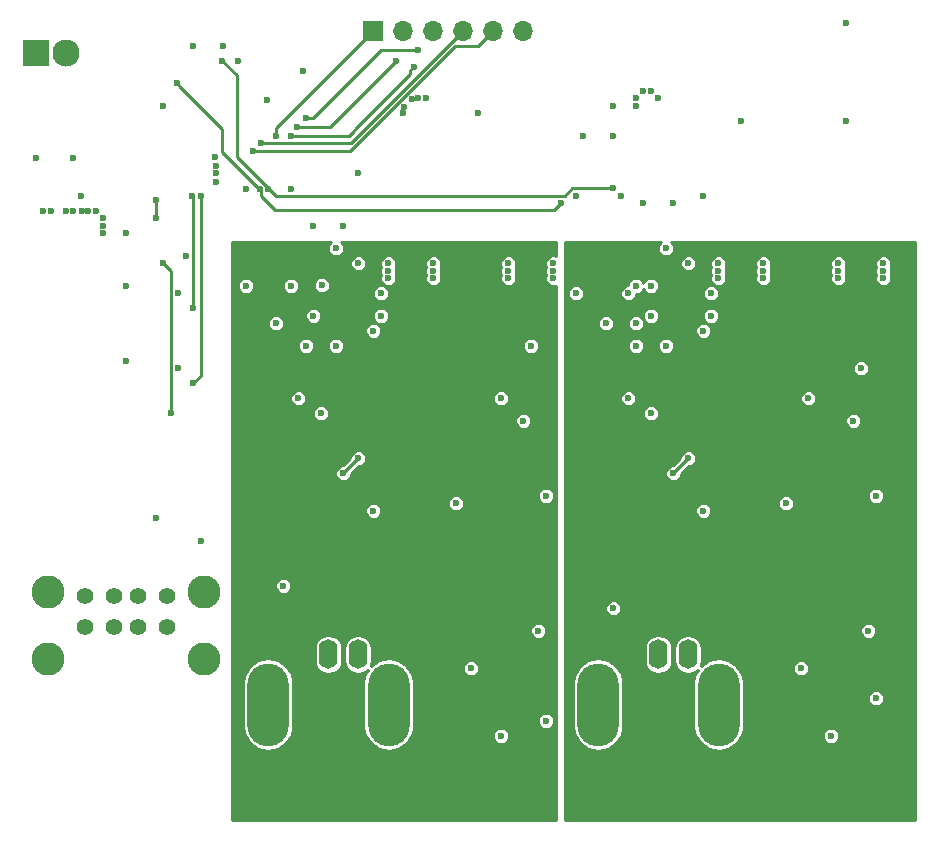
<source format=gbl>
G04 #@! TF.GenerationSoftware,KiCad,Pcbnew,5.0.0-fee4fd1~66~ubuntu18.04.1*
G04 #@! TF.CreationDate,2018-09-30T17:11:51-04:00*
G04 #@! TF.ProjectId,pH-ORP-Card,70482D4F52502D436172642E6B696361,rev?*
G04 #@! TF.SameCoordinates,Original*
G04 #@! TF.FileFunction,Copper,L4,Bot,Signal*
G04 #@! TF.FilePolarity,Positive*
%FSLAX46Y46*%
G04 Gerber Fmt 4.6, Leading zero omitted, Abs format (unit mm)*
G04 Created by KiCad (PCBNEW 5.0.0-fee4fd1~66~ubuntu18.04.1) date Sun Sep 30 17:11:51 2018*
%MOMM*%
%LPD*%
G01*
G04 APERTURE LIST*
G04 #@! TA.AperFunction,ComponentPad*
%ADD10R,1.700000X1.700000*%
G04 #@! TD*
G04 #@! TA.AperFunction,ComponentPad*
%ADD11O,1.700000X1.700000*%
G04 #@! TD*
G04 #@! TA.AperFunction,ComponentPad*
%ADD12C,1.420000*%
G04 #@! TD*
G04 #@! TA.AperFunction,ComponentPad*
%ADD13C,2.800000*%
G04 #@! TD*
G04 #@! TA.AperFunction,ComponentPad*
%ADD14R,2.300000X2.300000*%
G04 #@! TD*
G04 #@! TA.AperFunction,ComponentPad*
%ADD15C,2.300000*%
G04 #@! TD*
G04 #@! TA.AperFunction,ComponentPad*
%ADD16O,3.500120X7.000240*%
G04 #@! TD*
G04 #@! TA.AperFunction,ComponentPad*
%ADD17O,1.600200X2.499360*%
G04 #@! TD*
G04 #@! TA.AperFunction,ViaPad*
%ADD18C,0.600000*%
G04 #@! TD*
G04 #@! TA.AperFunction,Conductor*
%ADD19C,0.254000*%
G04 #@! TD*
G04 APERTURE END LIST*
D10*
G04 #@! TO.P,P1,1*
G04 #@! TO.N,//MCLR*
X33655000Y67310000D03*
D11*
G04 #@! TO.P,P1,2*
G04 #@! TO.N,+3V3*
X36195000Y67310000D03*
G04 #@! TO.P,P1,3*
G04 #@! TO.N,GND*
X38735000Y67310000D03*
G04 #@! TO.P,P1,4*
G04 #@! TO.N,/PGD*
X41275000Y67310000D03*
G04 #@! TO.P,P1,5*
G04 #@! TO.N,/PGC*
X43815000Y67310000D03*
G04 #@! TO.P,P1,6*
G04 #@! TO.N,Net-(P1-Pad6)*
X46355000Y67310000D03*
G04 #@! TD*
D12*
G04 #@! TO.P,P2,5*
G04 #@! TO.N,+5V*
X9200000Y19440005D03*
G04 #@! TO.P,P2,6*
G04 #@! TO.N,/A*
X11700000Y19440005D03*
G04 #@! TO.P,P2,7*
G04 #@! TO.N,/B*
X13700000Y19440005D03*
G04 #@! TO.P,P2,8*
G04 #@! TO.N,GND*
X16200000Y19440005D03*
G04 #@! TO.P,P2,1*
G04 #@! TO.N,+5V*
X9200000Y16820005D03*
G04 #@! TO.P,P2,2*
G04 #@! TO.N,/A*
X11700000Y16820005D03*
G04 #@! TO.P,P2,3*
G04 #@! TO.N,/B*
X13700000Y16820005D03*
G04 #@! TO.P,P2,4*
G04 #@! TO.N,GND*
X16200000Y16820005D03*
D13*
G04 #@! TO.P,P2,Hole*
G04 #@! TO.N,N/C*
X19270000Y14110005D03*
X19270000Y19790005D03*
X6130000Y19790005D03*
X6130000Y14110005D03*
G04 #@! TD*
D14*
G04 #@! TO.P,P3,1*
G04 #@! TO.N,Net-(P3-Pad1)*
X5080000Y65405000D03*
D15*
G04 #@! TO.P,P3,2*
G04 #@! TO.N,GND*
X7620000Y65405000D03*
G04 #@! TD*
D16*
G04 #@! TO.P,P4,2*
G04 #@! TO.N,GNDD*
X34942780Y10261600D03*
X24744680Y10261600D03*
D17*
G04 #@! TO.P,P4,1*
G04 #@! TO.N,Net-(P4-Pad1)*
X29845000Y14526260D03*
G04 #@! TO.P,P4,2*
G04 #@! TO.N,GNDD*
X32344360Y14526260D03*
G04 #@! TD*
G04 #@! TO.P,P5,2*
G04 #@! TO.N,GNDA*
X60284360Y14526260D03*
G04 #@! TO.P,P5,1*
G04 #@! TO.N,Net-(P5-Pad1)*
X57785000Y14526260D03*
D16*
G04 #@! TO.P,P5,2*
G04 #@! TO.N,GNDA*
X52684680Y10261600D03*
X62882780Y10261600D03*
G04 #@! TD*
D18*
G04 #@! TO.N,GND*
X5080000Y56515000D03*
X8255000Y56515000D03*
X8890000Y53340000D03*
X10795000Y50165000D03*
X10795000Y50800000D03*
X10795000Y51435000D03*
X10160000Y52070000D03*
X9525000Y52070000D03*
X9007403Y52070000D03*
X15240000Y26035000D03*
X19050000Y24130000D03*
X32385000Y55245000D03*
X31115000Y50800000D03*
X22860000Y53903590D03*
X20320000Y54492597D03*
X20262417Y56641826D03*
X15875000Y60960000D03*
X27711756Y63906756D03*
X18415000Y66040000D03*
X61595000Y53340000D03*
X73662822Y59690000D03*
X24638000Y61468000D03*
X17780000Y48260000D03*
X12700000Y50165000D03*
X59055000Y52705000D03*
X50800000Y53340000D03*
G04 #@! TO.N,-5V*
X35560000Y34925000D03*
X43815000Y16510000D03*
X38100000Y29210000D03*
X45720000Y13335000D03*
X31115000Y26035000D03*
G04 #@! TO.N,+5VD*
X25400000Y42545000D03*
X45085000Y46355000D03*
X45085000Y46990000D03*
X45085000Y47625000D03*
X48895000Y46355000D03*
X48895000Y46990000D03*
X48895000Y47625000D03*
X32385000Y47625000D03*
X26670000Y45720000D03*
X29273438Y45783438D03*
X41910000Y13335000D03*
X33655000Y41910000D03*
X29210000Y34925000D03*
X46355000Y34290000D03*
G04 #@! TO.N,GNDD*
X44450000Y36195000D03*
X26035000Y20320000D03*
X48260000Y27940000D03*
X40640000Y27305000D03*
X33655000Y26670000D03*
X47625000Y16510000D03*
X27305000Y36195000D03*
X27940000Y40640000D03*
X46990000Y40640000D03*
X30480000Y48895000D03*
X34925000Y46355000D03*
X34925000Y46990000D03*
X34925000Y47625000D03*
X38735000Y46355000D03*
X38735000Y46990000D03*
X38735000Y47625000D03*
X22860000Y45720000D03*
X28575000Y43180000D03*
X34290000Y43180000D03*
X34290000Y45085000D03*
X48260000Y8890000D03*
X30480000Y40640000D03*
X44450000Y7620000D03*
G04 #@! TO.N,+5VA*
X53340000Y42545000D03*
X55245000Y45085000D03*
X55880000Y45720000D03*
X60325000Y47625000D03*
X73025000Y46355000D03*
X73025000Y46990000D03*
X73025000Y47625000D03*
X76835000Y46355000D03*
X76835000Y46990000D03*
X76835000Y47625000D03*
X57150000Y45720000D03*
X55880000Y42545000D03*
X69850000Y13335000D03*
X61595000Y41910000D03*
X57150000Y34925000D03*
X74295000Y34290000D03*
G04 #@! TO.N,GNDA*
X76200000Y10795000D03*
X75565000Y16510000D03*
X76200000Y27940000D03*
X61595000Y26670000D03*
X68580000Y27305000D03*
X55245000Y36195000D03*
X55880000Y40640000D03*
X50800000Y45085000D03*
X58420000Y48895000D03*
X66675000Y46355000D03*
X66675000Y46990000D03*
X66675000Y47625000D03*
X62865000Y46355000D03*
X62865000Y46990000D03*
X62865000Y47625000D03*
X72390000Y7620000D03*
X62230000Y43180000D03*
X62230000Y45085000D03*
X57150000Y43180000D03*
X70485000Y36195000D03*
X74930000Y38735000D03*
X53975000Y18415000D03*
X58420000Y40640000D03*
G04 #@! TO.N,-5VA*
X71755000Y16510000D03*
X73660000Y13335000D03*
X63500000Y36830000D03*
X59055000Y26035000D03*
X66675000Y29210000D03*
G04 #@! TO.N,//MCLR*
X25400000Y58424800D03*
G04 #@! TO.N,/PGC*
X23495000Y57150000D03*
G04 #@! TO.N,/PGD*
X24130000Y57785000D03*
G04 #@! TO.N,+3V3*
X8255000Y52070000D03*
X5715000Y52070000D03*
X6350000Y52070000D03*
X7620000Y52070000D03*
X53975000Y58420000D03*
X51435000Y58420000D03*
X64770000Y59690000D03*
X28575000Y50800000D03*
X26664697Y53903590D03*
X20320000Y55245000D03*
X20320000Y55880000D03*
X20955000Y66040000D03*
X73660000Y67945000D03*
X12700000Y45720000D03*
X17145000Y45085000D03*
X12700000Y39370000D03*
X17145000Y38735000D03*
X56515000Y52705000D03*
X22225000Y64770000D03*
X54610000Y53340000D03*
G04 #@! TO.N,Net-(C8-Pad1)*
X32385000Y31115000D03*
X31115000Y29845000D03*
G04 #@! TO.N,Net-(C22-Pad1)*
X60325000Y31115000D03*
X59055000Y29845000D03*
G04 #@! TO.N,/LED_R*
X27940000Y59944000D03*
X37440652Y65719128D03*
G04 #@! TO.N,/LED_G*
X35560000Y64770000D03*
X27178000Y59182000D03*
G04 #@! TO.N,/LED_Y*
X37084000Y64262000D03*
X26670000Y58420000D03*
G04 #@! TO.N,/SDA*
X24765000Y53903590D03*
X53975000Y53975000D03*
X20871050Y64771105D03*
G04 #@! TO.N,/SCL*
X24012597Y53903590D03*
X49530000Y52705000D03*
X16998048Y62865000D03*
G04 #@! TO.N,/TX_LV*
X18264100Y53306503D03*
X18415000Y43815000D03*
G04 #@! TO.N,/RX_LV*
X19050000Y53340000D03*
X18415000Y37465000D03*
G04 #@! TO.N,Net-(Q1-Pad1)*
X15240000Y52949401D03*
X15240000Y51435000D03*
G04 #@! TO.N,/RTS*
X16510000Y34925000D03*
X15875000Y47625000D03*
G04 #@! TO.N,GND*
X53975000Y60960000D03*
X56515000Y62230000D03*
X57150000Y62230000D03*
X55880000Y61595000D03*
X55880000Y60960000D03*
X57785000Y61595000D03*
X42545000Y60325000D03*
X36195000Y60325000D03*
X37465000Y61595000D03*
X38100000Y61595000D03*
X36892073Y61532927D03*
X36257073Y60897927D03*
G04 #@! TD*
D19*
G04 #@! TO.N,//MCLR*
X25400000Y58424800D02*
X25400000Y59055000D01*
X25400000Y58583403D02*
X25400000Y58424800D01*
X25400000Y59055000D02*
X33655000Y67310000D01*
G04 #@! TO.N,/PGD*
X24130000Y57785000D02*
X31750000Y57785000D01*
X31750000Y57785000D02*
X31918203Y57953203D01*
X31918203Y57953203D02*
X41275000Y67310000D01*
G04 #@! TO.N,Net-(C8-Pad1)*
X31115000Y29845000D02*
X32385000Y31115000D01*
G04 #@! TO.N,Net-(C22-Pad1)*
X59055000Y29845000D02*
X60325000Y31115000D01*
G04 #@! TO.N,/LED_R*
X27940000Y59944000D02*
X28544809Y59944000D01*
X28544809Y59944000D02*
X34319937Y65719128D01*
X34319937Y65719128D02*
X37440652Y65719128D01*
G04 #@! TO.N,/LED_G*
X27178000Y59182000D02*
X29972000Y59182000D01*
X29972000Y59182000D02*
X35560000Y64770000D01*
G04 #@! TO.N,/LED_Y*
X32200603Y59055000D02*
X31900604Y58755001D01*
X36784001Y63638398D02*
X32200603Y59055000D01*
X36784001Y63962001D02*
X36784001Y63638398D01*
X37084000Y64262000D02*
X36784001Y63962001D01*
X31565603Y58420000D02*
X31900604Y58755001D01*
X31900604Y58755001D02*
X31900605Y58755001D01*
X31565603Y58420000D02*
X31115000Y58420000D01*
X26670000Y58420000D02*
X31115000Y58420000D01*
X31115000Y58420000D02*
X31565603Y58420000D01*
G04 #@! TO.N,/SDA*
X24765000Y53975000D02*
X25400000Y53340000D01*
X22098832Y56641168D02*
X24765000Y53975000D01*
X24765000Y53975000D02*
X24765000Y53903590D01*
X27602698Y53340000D02*
X26958621Y53340000D01*
X26958621Y53340000D02*
X26942810Y53324189D01*
X26942810Y53324189D02*
X25415811Y53324189D01*
X25415811Y53324189D02*
X25400000Y53340000D01*
X27602698Y53340000D02*
X49867302Y53340000D01*
X49867302Y53340000D02*
X50502302Y53975000D01*
X50502302Y53975000D02*
X53975000Y53975000D01*
X20871050Y64771105D02*
X22098832Y63543323D01*
X22098832Y63543323D02*
X22098832Y56641168D01*
G04 #@! TO.N,/SCL*
X24130000Y53764264D02*
X24130000Y53786187D01*
X24130000Y53786187D02*
X24012597Y53903590D01*
X20851251Y57023000D02*
X20851251Y59011797D01*
X22225000Y55669264D02*
X22204987Y55669264D01*
X22204987Y55669264D02*
X20851251Y57023000D01*
X24130000Y53340000D02*
X25344401Y52125599D01*
X25344401Y52125599D02*
X48950599Y52125599D01*
X48950599Y52125599D02*
X49530000Y52705000D01*
X24130000Y53340000D02*
X24130000Y53764264D01*
X17298047Y62565001D02*
X16998048Y62865000D01*
X24130000Y53764264D02*
X22225000Y55669264D01*
X20851251Y59011797D02*
X17298047Y62565001D01*
G04 #@! TO.N,/TX_LV*
X18264100Y53306503D02*
X18415000Y53155603D01*
X18415000Y53155603D02*
X18415000Y44239264D01*
X18415000Y44239264D02*
X18415000Y43815000D01*
G04 #@! TO.N,/RX_LV*
X19050000Y53340000D02*
X19050000Y38100000D01*
X19050000Y38100000D02*
X18415000Y37465000D01*
G04 #@! TO.N,Net-(Q1-Pad1)*
X15240000Y51435000D02*
X15240000Y52949401D01*
G04 #@! TO.N,/RTS*
X16510000Y34925000D02*
X16510000Y46990000D01*
X16510000Y46990000D02*
X15875000Y47625000D01*
G04 #@! TO.N,/PGC*
X40579750Y66040000D02*
X42545000Y66040000D01*
X23495000Y57150000D02*
X31689750Y57150000D01*
X42545000Y66040000D02*
X43815000Y67310000D01*
X31689750Y57150000D02*
X40579750Y66040000D01*
G04 #@! TD*
G04 #@! TO.N,-5V*
G36*
X29902676Y49280756D02*
X29799000Y49030459D01*
X29799000Y48759541D01*
X29902676Y48509244D01*
X30094244Y48317676D01*
X30344541Y48214000D01*
X30615459Y48214000D01*
X30865756Y48317676D01*
X31057324Y48509244D01*
X31161000Y48759541D01*
X31161000Y49030459D01*
X31057324Y49280756D01*
X30935080Y49403000D01*
X49149000Y49403000D01*
X49149000Y48256899D01*
X49030459Y48306000D01*
X48759541Y48306000D01*
X48509244Y48202324D01*
X48317676Y48010756D01*
X48214000Y47760459D01*
X48214000Y47489541D01*
X48289404Y47307500D01*
X48214000Y47125459D01*
X48214000Y46854541D01*
X48289404Y46672500D01*
X48214000Y46490459D01*
X48214000Y46219541D01*
X48317676Y45969244D01*
X48509244Y45777676D01*
X48759541Y45674000D01*
X49030459Y45674000D01*
X49149000Y45723101D01*
X49149000Y456000D01*
X21717000Y456000D01*
X21717000Y12221547D01*
X22613620Y12221547D01*
X22613620Y8301654D01*
X22737266Y7680043D01*
X23208272Y6975132D01*
X23913182Y6504126D01*
X24744680Y6338731D01*
X25576177Y6504126D01*
X26281088Y6975132D01*
X26752094Y7680042D01*
X26875740Y8301653D01*
X26875740Y12221547D01*
X26752094Y12843158D01*
X26281088Y13548068D01*
X25576178Y14019074D01*
X24744680Y14184469D01*
X23913183Y14019074D01*
X23208273Y13548068D01*
X22737267Y12843158D01*
X22613620Y12221547D01*
X21717000Y12221547D01*
X21717000Y15092168D01*
X28663900Y15092168D01*
X28663900Y13960353D01*
X28732428Y13615839D01*
X28993474Y13225154D01*
X29384158Y12964108D01*
X29845000Y12872441D01*
X30305841Y12964108D01*
X30696526Y13225154D01*
X30957572Y13615838D01*
X31026100Y13960352D01*
X31026100Y15092167D01*
X31026100Y15092168D01*
X31163260Y15092168D01*
X31163260Y13960353D01*
X31231788Y13615839D01*
X31492834Y13225154D01*
X31883518Y12964108D01*
X32344360Y12872441D01*
X32805201Y12964108D01*
X33186352Y13218784D01*
X32935367Y12843158D01*
X32811720Y12221547D01*
X32811720Y8301654D01*
X32935366Y7680043D01*
X33406372Y6975132D01*
X34111282Y6504126D01*
X34942780Y6338731D01*
X35774277Y6504126D01*
X36479188Y6975132D01*
X36950194Y7680042D01*
X36965195Y7755459D01*
X43769000Y7755459D01*
X43769000Y7484541D01*
X43872676Y7234244D01*
X44064244Y7042676D01*
X44314541Y6939000D01*
X44585459Y6939000D01*
X44835756Y7042676D01*
X45027324Y7234244D01*
X45131000Y7484541D01*
X45131000Y7755459D01*
X45027324Y8005756D01*
X44835756Y8197324D01*
X44585459Y8301000D01*
X44314541Y8301000D01*
X44064244Y8197324D01*
X43872676Y8005756D01*
X43769000Y7755459D01*
X36965195Y7755459D01*
X37073840Y8301653D01*
X37073840Y9025459D01*
X47579000Y9025459D01*
X47579000Y8754541D01*
X47682676Y8504244D01*
X47874244Y8312676D01*
X48124541Y8209000D01*
X48395459Y8209000D01*
X48645756Y8312676D01*
X48837324Y8504244D01*
X48941000Y8754541D01*
X48941000Y9025459D01*
X48837324Y9275756D01*
X48645756Y9467324D01*
X48395459Y9571000D01*
X48124541Y9571000D01*
X47874244Y9467324D01*
X47682676Y9275756D01*
X47579000Y9025459D01*
X37073840Y9025459D01*
X37073840Y12221547D01*
X36950194Y12843158D01*
X36531045Y13470459D01*
X41229000Y13470459D01*
X41229000Y13199541D01*
X41332676Y12949244D01*
X41524244Y12757676D01*
X41774541Y12654000D01*
X42045459Y12654000D01*
X42295756Y12757676D01*
X42487324Y12949244D01*
X42591000Y13199541D01*
X42591000Y13470459D01*
X42487324Y13720756D01*
X42295756Y13912324D01*
X42045459Y14016000D01*
X41774541Y14016000D01*
X41524244Y13912324D01*
X41332676Y13720756D01*
X41229000Y13470459D01*
X36531045Y13470459D01*
X36479188Y13548068D01*
X35774278Y14019074D01*
X34942780Y14184469D01*
X34111283Y14019074D01*
X33415906Y13554437D01*
X33456932Y13615838D01*
X33525460Y13960352D01*
X33525460Y15092167D01*
X33456932Y15436682D01*
X33195886Y15827366D01*
X32805202Y16088412D01*
X32344360Y16180079D01*
X31883519Y16088412D01*
X31492835Y15827366D01*
X31231788Y15436682D01*
X31163260Y15092168D01*
X31026100Y15092168D01*
X30957572Y15436682D01*
X30696526Y15827366D01*
X30305842Y16088412D01*
X29845000Y16180079D01*
X29384159Y16088412D01*
X28993475Y15827366D01*
X28732428Y15436682D01*
X28663900Y15092168D01*
X21717000Y15092168D01*
X21717000Y16645459D01*
X46944000Y16645459D01*
X46944000Y16374541D01*
X47047676Y16124244D01*
X47239244Y15932676D01*
X47489541Y15829000D01*
X47760459Y15829000D01*
X48010756Y15932676D01*
X48202324Y16124244D01*
X48306000Y16374541D01*
X48306000Y16645459D01*
X48202324Y16895756D01*
X48010756Y17087324D01*
X47760459Y17191000D01*
X47489541Y17191000D01*
X47239244Y17087324D01*
X47047676Y16895756D01*
X46944000Y16645459D01*
X21717000Y16645459D01*
X21717000Y20455459D01*
X25354000Y20455459D01*
X25354000Y20184541D01*
X25457676Y19934244D01*
X25649244Y19742676D01*
X25899541Y19639000D01*
X26170459Y19639000D01*
X26420756Y19742676D01*
X26612324Y19934244D01*
X26716000Y20184541D01*
X26716000Y20455459D01*
X26612324Y20705756D01*
X26420756Y20897324D01*
X26170459Y21001000D01*
X25899541Y21001000D01*
X25649244Y20897324D01*
X25457676Y20705756D01*
X25354000Y20455459D01*
X21717000Y20455459D01*
X21717000Y26805459D01*
X32974000Y26805459D01*
X32974000Y26534541D01*
X33077676Y26284244D01*
X33269244Y26092676D01*
X33519541Y25989000D01*
X33790459Y25989000D01*
X34040756Y26092676D01*
X34232324Y26284244D01*
X34336000Y26534541D01*
X34336000Y26805459D01*
X34232324Y27055756D01*
X34040756Y27247324D01*
X33790459Y27351000D01*
X33519541Y27351000D01*
X33269244Y27247324D01*
X33077676Y27055756D01*
X32974000Y26805459D01*
X21717000Y26805459D01*
X21717000Y27440459D01*
X39959000Y27440459D01*
X39959000Y27169541D01*
X40062676Y26919244D01*
X40254244Y26727676D01*
X40504541Y26624000D01*
X40775459Y26624000D01*
X41025756Y26727676D01*
X41217324Y26919244D01*
X41321000Y27169541D01*
X41321000Y27440459D01*
X41217324Y27690756D01*
X41025756Y27882324D01*
X40775459Y27986000D01*
X40504541Y27986000D01*
X40254244Y27882324D01*
X40062676Y27690756D01*
X39959000Y27440459D01*
X21717000Y27440459D01*
X21717000Y28075459D01*
X47579000Y28075459D01*
X47579000Y27804541D01*
X47682676Y27554244D01*
X47874244Y27362676D01*
X48124541Y27259000D01*
X48395459Y27259000D01*
X48645756Y27362676D01*
X48837324Y27554244D01*
X48941000Y27804541D01*
X48941000Y28075459D01*
X48837324Y28325756D01*
X48645756Y28517324D01*
X48395459Y28621000D01*
X48124541Y28621000D01*
X47874244Y28517324D01*
X47682676Y28325756D01*
X47579000Y28075459D01*
X21717000Y28075459D01*
X21717000Y29980459D01*
X30434000Y29980459D01*
X30434000Y29709541D01*
X30537676Y29459244D01*
X30729244Y29267676D01*
X30979541Y29164000D01*
X31250459Y29164000D01*
X31500756Y29267676D01*
X31692324Y29459244D01*
X31796000Y29709541D01*
X31796000Y29807580D01*
X32422421Y30434000D01*
X32520459Y30434000D01*
X32770756Y30537676D01*
X32962324Y30729244D01*
X33066000Y30979541D01*
X33066000Y31250459D01*
X32962324Y31500756D01*
X32770756Y31692324D01*
X32520459Y31796000D01*
X32249541Y31796000D01*
X31999244Y31692324D01*
X31807676Y31500756D01*
X31704000Y31250459D01*
X31704000Y31152421D01*
X31077580Y30526000D01*
X30979541Y30526000D01*
X30729244Y30422324D01*
X30537676Y30230756D01*
X30434000Y29980459D01*
X21717000Y29980459D01*
X21717000Y35060459D01*
X28529000Y35060459D01*
X28529000Y34789541D01*
X28632676Y34539244D01*
X28824244Y34347676D01*
X29074541Y34244000D01*
X29345459Y34244000D01*
X29595756Y34347676D01*
X29673539Y34425459D01*
X45674000Y34425459D01*
X45674000Y34154541D01*
X45777676Y33904244D01*
X45969244Y33712676D01*
X46219541Y33609000D01*
X46490459Y33609000D01*
X46740756Y33712676D01*
X46932324Y33904244D01*
X47036000Y34154541D01*
X47036000Y34425459D01*
X46932324Y34675756D01*
X46740756Y34867324D01*
X46490459Y34971000D01*
X46219541Y34971000D01*
X45969244Y34867324D01*
X45777676Y34675756D01*
X45674000Y34425459D01*
X29673539Y34425459D01*
X29787324Y34539244D01*
X29891000Y34789541D01*
X29891000Y35060459D01*
X29787324Y35310756D01*
X29595756Y35502324D01*
X29345459Y35606000D01*
X29074541Y35606000D01*
X28824244Y35502324D01*
X28632676Y35310756D01*
X28529000Y35060459D01*
X21717000Y35060459D01*
X21717000Y36330459D01*
X26624000Y36330459D01*
X26624000Y36059541D01*
X26727676Y35809244D01*
X26919244Y35617676D01*
X27169541Y35514000D01*
X27440459Y35514000D01*
X27690756Y35617676D01*
X27882324Y35809244D01*
X27986000Y36059541D01*
X27986000Y36330459D01*
X43769000Y36330459D01*
X43769000Y36059541D01*
X43872676Y35809244D01*
X44064244Y35617676D01*
X44314541Y35514000D01*
X44585459Y35514000D01*
X44835756Y35617676D01*
X45027324Y35809244D01*
X45131000Y36059541D01*
X45131000Y36330459D01*
X45027324Y36580756D01*
X44835756Y36772324D01*
X44585459Y36876000D01*
X44314541Y36876000D01*
X44064244Y36772324D01*
X43872676Y36580756D01*
X43769000Y36330459D01*
X27986000Y36330459D01*
X27882324Y36580756D01*
X27690756Y36772324D01*
X27440459Y36876000D01*
X27169541Y36876000D01*
X26919244Y36772324D01*
X26727676Y36580756D01*
X26624000Y36330459D01*
X21717000Y36330459D01*
X21717000Y40775459D01*
X27259000Y40775459D01*
X27259000Y40504541D01*
X27362676Y40254244D01*
X27554244Y40062676D01*
X27804541Y39959000D01*
X28075459Y39959000D01*
X28325756Y40062676D01*
X28517324Y40254244D01*
X28621000Y40504541D01*
X28621000Y40775459D01*
X29799000Y40775459D01*
X29799000Y40504541D01*
X29902676Y40254244D01*
X30094244Y40062676D01*
X30344541Y39959000D01*
X30615459Y39959000D01*
X30865756Y40062676D01*
X31057324Y40254244D01*
X31161000Y40504541D01*
X31161000Y40775459D01*
X46309000Y40775459D01*
X46309000Y40504541D01*
X46412676Y40254244D01*
X46604244Y40062676D01*
X46854541Y39959000D01*
X47125459Y39959000D01*
X47375756Y40062676D01*
X47567324Y40254244D01*
X47671000Y40504541D01*
X47671000Y40775459D01*
X47567324Y41025756D01*
X47375756Y41217324D01*
X47125459Y41321000D01*
X46854541Y41321000D01*
X46604244Y41217324D01*
X46412676Y41025756D01*
X46309000Y40775459D01*
X31161000Y40775459D01*
X31057324Y41025756D01*
X30865756Y41217324D01*
X30615459Y41321000D01*
X30344541Y41321000D01*
X30094244Y41217324D01*
X29902676Y41025756D01*
X29799000Y40775459D01*
X28621000Y40775459D01*
X28517324Y41025756D01*
X28325756Y41217324D01*
X28075459Y41321000D01*
X27804541Y41321000D01*
X27554244Y41217324D01*
X27362676Y41025756D01*
X27259000Y40775459D01*
X21717000Y40775459D01*
X21717000Y42680459D01*
X24719000Y42680459D01*
X24719000Y42409541D01*
X24822676Y42159244D01*
X25014244Y41967676D01*
X25264541Y41864000D01*
X25535459Y41864000D01*
X25785756Y41967676D01*
X25863539Y42045459D01*
X32974000Y42045459D01*
X32974000Y41774541D01*
X33077676Y41524244D01*
X33269244Y41332676D01*
X33519541Y41229000D01*
X33790459Y41229000D01*
X34040756Y41332676D01*
X34232324Y41524244D01*
X34336000Y41774541D01*
X34336000Y42045459D01*
X34232324Y42295756D01*
X34040756Y42487324D01*
X33790459Y42591000D01*
X33519541Y42591000D01*
X33269244Y42487324D01*
X33077676Y42295756D01*
X32974000Y42045459D01*
X25863539Y42045459D01*
X25977324Y42159244D01*
X26081000Y42409541D01*
X26081000Y42680459D01*
X25977324Y42930756D01*
X25785756Y43122324D01*
X25535459Y43226000D01*
X25264541Y43226000D01*
X25014244Y43122324D01*
X24822676Y42930756D01*
X24719000Y42680459D01*
X21717000Y42680459D01*
X21717000Y43315459D01*
X27894000Y43315459D01*
X27894000Y43044541D01*
X27997676Y42794244D01*
X28189244Y42602676D01*
X28439541Y42499000D01*
X28710459Y42499000D01*
X28960756Y42602676D01*
X29152324Y42794244D01*
X29256000Y43044541D01*
X29256000Y43315459D01*
X33609000Y43315459D01*
X33609000Y43044541D01*
X33712676Y42794244D01*
X33904244Y42602676D01*
X34154541Y42499000D01*
X34425459Y42499000D01*
X34675756Y42602676D01*
X34867324Y42794244D01*
X34971000Y43044541D01*
X34971000Y43315459D01*
X34867324Y43565756D01*
X34675756Y43757324D01*
X34425459Y43861000D01*
X34154541Y43861000D01*
X33904244Y43757324D01*
X33712676Y43565756D01*
X33609000Y43315459D01*
X29256000Y43315459D01*
X29152324Y43565756D01*
X28960756Y43757324D01*
X28710459Y43861000D01*
X28439541Y43861000D01*
X28189244Y43757324D01*
X27997676Y43565756D01*
X27894000Y43315459D01*
X21717000Y43315459D01*
X21717000Y45855459D01*
X22179000Y45855459D01*
X22179000Y45584541D01*
X22282676Y45334244D01*
X22474244Y45142676D01*
X22724541Y45039000D01*
X22995459Y45039000D01*
X23245756Y45142676D01*
X23437324Y45334244D01*
X23541000Y45584541D01*
X23541000Y45855459D01*
X25989000Y45855459D01*
X25989000Y45584541D01*
X26092676Y45334244D01*
X26284244Y45142676D01*
X26534541Y45039000D01*
X26805459Y45039000D01*
X27055756Y45142676D01*
X27247324Y45334244D01*
X27351000Y45584541D01*
X27351000Y45855459D01*
X27324724Y45918897D01*
X28592438Y45918897D01*
X28592438Y45647979D01*
X28696114Y45397682D01*
X28887682Y45206114D01*
X29137979Y45102438D01*
X29408897Y45102438D01*
X29659194Y45206114D01*
X29673539Y45220459D01*
X33609000Y45220459D01*
X33609000Y44949541D01*
X33712676Y44699244D01*
X33904244Y44507676D01*
X34154541Y44404000D01*
X34425459Y44404000D01*
X34675756Y44507676D01*
X34867324Y44699244D01*
X34971000Y44949541D01*
X34971000Y45220459D01*
X34867324Y45470756D01*
X34675756Y45662324D01*
X34425459Y45766000D01*
X34154541Y45766000D01*
X33904244Y45662324D01*
X33712676Y45470756D01*
X33609000Y45220459D01*
X29673539Y45220459D01*
X29850762Y45397682D01*
X29954438Y45647979D01*
X29954438Y45918897D01*
X29850762Y46169194D01*
X29659194Y46360762D01*
X29408897Y46464438D01*
X29137979Y46464438D01*
X28887682Y46360762D01*
X28696114Y46169194D01*
X28592438Y45918897D01*
X27324724Y45918897D01*
X27247324Y46105756D01*
X27055756Y46297324D01*
X26805459Y46401000D01*
X26534541Y46401000D01*
X26284244Y46297324D01*
X26092676Y46105756D01*
X25989000Y45855459D01*
X23541000Y45855459D01*
X23437324Y46105756D01*
X23245756Y46297324D01*
X22995459Y46401000D01*
X22724541Y46401000D01*
X22474244Y46297324D01*
X22282676Y46105756D01*
X22179000Y45855459D01*
X21717000Y45855459D01*
X21717000Y47760459D01*
X31704000Y47760459D01*
X31704000Y47489541D01*
X31807676Y47239244D01*
X31999244Y47047676D01*
X32249541Y46944000D01*
X32520459Y46944000D01*
X32770756Y47047676D01*
X32962324Y47239244D01*
X33066000Y47489541D01*
X33066000Y47760459D01*
X34244000Y47760459D01*
X34244000Y47489541D01*
X34319404Y47307500D01*
X34244000Y47125459D01*
X34244000Y46854541D01*
X34319404Y46672500D01*
X34244000Y46490459D01*
X34244000Y46219541D01*
X34347676Y45969244D01*
X34539244Y45777676D01*
X34789541Y45674000D01*
X35060459Y45674000D01*
X35310756Y45777676D01*
X35502324Y45969244D01*
X35606000Y46219541D01*
X35606000Y46490459D01*
X35530596Y46672500D01*
X35606000Y46854541D01*
X35606000Y47125459D01*
X35530596Y47307500D01*
X35606000Y47489541D01*
X35606000Y47760459D01*
X38054000Y47760459D01*
X38054000Y47489541D01*
X38129404Y47307500D01*
X38054000Y47125459D01*
X38054000Y46854541D01*
X38129404Y46672500D01*
X38054000Y46490459D01*
X38054000Y46219541D01*
X38157676Y45969244D01*
X38349244Y45777676D01*
X38599541Y45674000D01*
X38870459Y45674000D01*
X39120756Y45777676D01*
X39312324Y45969244D01*
X39416000Y46219541D01*
X39416000Y46490459D01*
X39340596Y46672500D01*
X39416000Y46854541D01*
X39416000Y47125459D01*
X39340596Y47307500D01*
X39416000Y47489541D01*
X39416000Y47760459D01*
X44404000Y47760459D01*
X44404000Y47489541D01*
X44479404Y47307500D01*
X44404000Y47125459D01*
X44404000Y46854541D01*
X44479404Y46672500D01*
X44404000Y46490459D01*
X44404000Y46219541D01*
X44507676Y45969244D01*
X44699244Y45777676D01*
X44949541Y45674000D01*
X45220459Y45674000D01*
X45470756Y45777676D01*
X45662324Y45969244D01*
X45766000Y46219541D01*
X45766000Y46490459D01*
X45690596Y46672500D01*
X45766000Y46854541D01*
X45766000Y47125459D01*
X45690596Y47307500D01*
X45766000Y47489541D01*
X45766000Y47760459D01*
X45662324Y48010756D01*
X45470756Y48202324D01*
X45220459Y48306000D01*
X44949541Y48306000D01*
X44699244Y48202324D01*
X44507676Y48010756D01*
X44404000Y47760459D01*
X39416000Y47760459D01*
X39312324Y48010756D01*
X39120756Y48202324D01*
X38870459Y48306000D01*
X38599541Y48306000D01*
X38349244Y48202324D01*
X38157676Y48010756D01*
X38054000Y47760459D01*
X35606000Y47760459D01*
X35502324Y48010756D01*
X35310756Y48202324D01*
X35060459Y48306000D01*
X34789541Y48306000D01*
X34539244Y48202324D01*
X34347676Y48010756D01*
X34244000Y47760459D01*
X33066000Y47760459D01*
X32962324Y48010756D01*
X32770756Y48202324D01*
X32520459Y48306000D01*
X32249541Y48306000D01*
X31999244Y48202324D01*
X31807676Y48010756D01*
X31704000Y47760459D01*
X21717000Y47760459D01*
X21717000Y49403000D01*
X30024920Y49403000D01*
X29902676Y49280756D01*
X29902676Y49280756D01*
G37*
X29902676Y49280756D02*
X29799000Y49030459D01*
X29799000Y48759541D01*
X29902676Y48509244D01*
X30094244Y48317676D01*
X30344541Y48214000D01*
X30615459Y48214000D01*
X30865756Y48317676D01*
X31057324Y48509244D01*
X31161000Y48759541D01*
X31161000Y49030459D01*
X31057324Y49280756D01*
X30935080Y49403000D01*
X49149000Y49403000D01*
X49149000Y48256899D01*
X49030459Y48306000D01*
X48759541Y48306000D01*
X48509244Y48202324D01*
X48317676Y48010756D01*
X48214000Y47760459D01*
X48214000Y47489541D01*
X48289404Y47307500D01*
X48214000Y47125459D01*
X48214000Y46854541D01*
X48289404Y46672500D01*
X48214000Y46490459D01*
X48214000Y46219541D01*
X48317676Y45969244D01*
X48509244Y45777676D01*
X48759541Y45674000D01*
X49030459Y45674000D01*
X49149000Y45723101D01*
X49149000Y456000D01*
X21717000Y456000D01*
X21717000Y12221547D01*
X22613620Y12221547D01*
X22613620Y8301654D01*
X22737266Y7680043D01*
X23208272Y6975132D01*
X23913182Y6504126D01*
X24744680Y6338731D01*
X25576177Y6504126D01*
X26281088Y6975132D01*
X26752094Y7680042D01*
X26875740Y8301653D01*
X26875740Y12221547D01*
X26752094Y12843158D01*
X26281088Y13548068D01*
X25576178Y14019074D01*
X24744680Y14184469D01*
X23913183Y14019074D01*
X23208273Y13548068D01*
X22737267Y12843158D01*
X22613620Y12221547D01*
X21717000Y12221547D01*
X21717000Y15092168D01*
X28663900Y15092168D01*
X28663900Y13960353D01*
X28732428Y13615839D01*
X28993474Y13225154D01*
X29384158Y12964108D01*
X29845000Y12872441D01*
X30305841Y12964108D01*
X30696526Y13225154D01*
X30957572Y13615838D01*
X31026100Y13960352D01*
X31026100Y15092167D01*
X31026100Y15092168D01*
X31163260Y15092168D01*
X31163260Y13960353D01*
X31231788Y13615839D01*
X31492834Y13225154D01*
X31883518Y12964108D01*
X32344360Y12872441D01*
X32805201Y12964108D01*
X33186352Y13218784D01*
X32935367Y12843158D01*
X32811720Y12221547D01*
X32811720Y8301654D01*
X32935366Y7680043D01*
X33406372Y6975132D01*
X34111282Y6504126D01*
X34942780Y6338731D01*
X35774277Y6504126D01*
X36479188Y6975132D01*
X36950194Y7680042D01*
X36965195Y7755459D01*
X43769000Y7755459D01*
X43769000Y7484541D01*
X43872676Y7234244D01*
X44064244Y7042676D01*
X44314541Y6939000D01*
X44585459Y6939000D01*
X44835756Y7042676D01*
X45027324Y7234244D01*
X45131000Y7484541D01*
X45131000Y7755459D01*
X45027324Y8005756D01*
X44835756Y8197324D01*
X44585459Y8301000D01*
X44314541Y8301000D01*
X44064244Y8197324D01*
X43872676Y8005756D01*
X43769000Y7755459D01*
X36965195Y7755459D01*
X37073840Y8301653D01*
X37073840Y9025459D01*
X47579000Y9025459D01*
X47579000Y8754541D01*
X47682676Y8504244D01*
X47874244Y8312676D01*
X48124541Y8209000D01*
X48395459Y8209000D01*
X48645756Y8312676D01*
X48837324Y8504244D01*
X48941000Y8754541D01*
X48941000Y9025459D01*
X48837324Y9275756D01*
X48645756Y9467324D01*
X48395459Y9571000D01*
X48124541Y9571000D01*
X47874244Y9467324D01*
X47682676Y9275756D01*
X47579000Y9025459D01*
X37073840Y9025459D01*
X37073840Y12221547D01*
X36950194Y12843158D01*
X36531045Y13470459D01*
X41229000Y13470459D01*
X41229000Y13199541D01*
X41332676Y12949244D01*
X41524244Y12757676D01*
X41774541Y12654000D01*
X42045459Y12654000D01*
X42295756Y12757676D01*
X42487324Y12949244D01*
X42591000Y13199541D01*
X42591000Y13470459D01*
X42487324Y13720756D01*
X42295756Y13912324D01*
X42045459Y14016000D01*
X41774541Y14016000D01*
X41524244Y13912324D01*
X41332676Y13720756D01*
X41229000Y13470459D01*
X36531045Y13470459D01*
X36479188Y13548068D01*
X35774278Y14019074D01*
X34942780Y14184469D01*
X34111283Y14019074D01*
X33415906Y13554437D01*
X33456932Y13615838D01*
X33525460Y13960352D01*
X33525460Y15092167D01*
X33456932Y15436682D01*
X33195886Y15827366D01*
X32805202Y16088412D01*
X32344360Y16180079D01*
X31883519Y16088412D01*
X31492835Y15827366D01*
X31231788Y15436682D01*
X31163260Y15092168D01*
X31026100Y15092168D01*
X30957572Y15436682D01*
X30696526Y15827366D01*
X30305842Y16088412D01*
X29845000Y16180079D01*
X29384159Y16088412D01*
X28993475Y15827366D01*
X28732428Y15436682D01*
X28663900Y15092168D01*
X21717000Y15092168D01*
X21717000Y16645459D01*
X46944000Y16645459D01*
X46944000Y16374541D01*
X47047676Y16124244D01*
X47239244Y15932676D01*
X47489541Y15829000D01*
X47760459Y15829000D01*
X48010756Y15932676D01*
X48202324Y16124244D01*
X48306000Y16374541D01*
X48306000Y16645459D01*
X48202324Y16895756D01*
X48010756Y17087324D01*
X47760459Y17191000D01*
X47489541Y17191000D01*
X47239244Y17087324D01*
X47047676Y16895756D01*
X46944000Y16645459D01*
X21717000Y16645459D01*
X21717000Y20455459D01*
X25354000Y20455459D01*
X25354000Y20184541D01*
X25457676Y19934244D01*
X25649244Y19742676D01*
X25899541Y19639000D01*
X26170459Y19639000D01*
X26420756Y19742676D01*
X26612324Y19934244D01*
X26716000Y20184541D01*
X26716000Y20455459D01*
X26612324Y20705756D01*
X26420756Y20897324D01*
X26170459Y21001000D01*
X25899541Y21001000D01*
X25649244Y20897324D01*
X25457676Y20705756D01*
X25354000Y20455459D01*
X21717000Y20455459D01*
X21717000Y26805459D01*
X32974000Y26805459D01*
X32974000Y26534541D01*
X33077676Y26284244D01*
X33269244Y26092676D01*
X33519541Y25989000D01*
X33790459Y25989000D01*
X34040756Y26092676D01*
X34232324Y26284244D01*
X34336000Y26534541D01*
X34336000Y26805459D01*
X34232324Y27055756D01*
X34040756Y27247324D01*
X33790459Y27351000D01*
X33519541Y27351000D01*
X33269244Y27247324D01*
X33077676Y27055756D01*
X32974000Y26805459D01*
X21717000Y26805459D01*
X21717000Y27440459D01*
X39959000Y27440459D01*
X39959000Y27169541D01*
X40062676Y26919244D01*
X40254244Y26727676D01*
X40504541Y26624000D01*
X40775459Y26624000D01*
X41025756Y26727676D01*
X41217324Y26919244D01*
X41321000Y27169541D01*
X41321000Y27440459D01*
X41217324Y27690756D01*
X41025756Y27882324D01*
X40775459Y27986000D01*
X40504541Y27986000D01*
X40254244Y27882324D01*
X40062676Y27690756D01*
X39959000Y27440459D01*
X21717000Y27440459D01*
X21717000Y28075459D01*
X47579000Y28075459D01*
X47579000Y27804541D01*
X47682676Y27554244D01*
X47874244Y27362676D01*
X48124541Y27259000D01*
X48395459Y27259000D01*
X48645756Y27362676D01*
X48837324Y27554244D01*
X48941000Y27804541D01*
X48941000Y28075459D01*
X48837324Y28325756D01*
X48645756Y28517324D01*
X48395459Y28621000D01*
X48124541Y28621000D01*
X47874244Y28517324D01*
X47682676Y28325756D01*
X47579000Y28075459D01*
X21717000Y28075459D01*
X21717000Y29980459D01*
X30434000Y29980459D01*
X30434000Y29709541D01*
X30537676Y29459244D01*
X30729244Y29267676D01*
X30979541Y29164000D01*
X31250459Y29164000D01*
X31500756Y29267676D01*
X31692324Y29459244D01*
X31796000Y29709541D01*
X31796000Y29807580D01*
X32422421Y30434000D01*
X32520459Y30434000D01*
X32770756Y30537676D01*
X32962324Y30729244D01*
X33066000Y30979541D01*
X33066000Y31250459D01*
X32962324Y31500756D01*
X32770756Y31692324D01*
X32520459Y31796000D01*
X32249541Y31796000D01*
X31999244Y31692324D01*
X31807676Y31500756D01*
X31704000Y31250459D01*
X31704000Y31152421D01*
X31077580Y30526000D01*
X30979541Y30526000D01*
X30729244Y30422324D01*
X30537676Y30230756D01*
X30434000Y29980459D01*
X21717000Y29980459D01*
X21717000Y35060459D01*
X28529000Y35060459D01*
X28529000Y34789541D01*
X28632676Y34539244D01*
X28824244Y34347676D01*
X29074541Y34244000D01*
X29345459Y34244000D01*
X29595756Y34347676D01*
X29673539Y34425459D01*
X45674000Y34425459D01*
X45674000Y34154541D01*
X45777676Y33904244D01*
X45969244Y33712676D01*
X46219541Y33609000D01*
X46490459Y33609000D01*
X46740756Y33712676D01*
X46932324Y33904244D01*
X47036000Y34154541D01*
X47036000Y34425459D01*
X46932324Y34675756D01*
X46740756Y34867324D01*
X46490459Y34971000D01*
X46219541Y34971000D01*
X45969244Y34867324D01*
X45777676Y34675756D01*
X45674000Y34425459D01*
X29673539Y34425459D01*
X29787324Y34539244D01*
X29891000Y34789541D01*
X29891000Y35060459D01*
X29787324Y35310756D01*
X29595756Y35502324D01*
X29345459Y35606000D01*
X29074541Y35606000D01*
X28824244Y35502324D01*
X28632676Y35310756D01*
X28529000Y35060459D01*
X21717000Y35060459D01*
X21717000Y36330459D01*
X26624000Y36330459D01*
X26624000Y36059541D01*
X26727676Y35809244D01*
X26919244Y35617676D01*
X27169541Y35514000D01*
X27440459Y35514000D01*
X27690756Y35617676D01*
X27882324Y35809244D01*
X27986000Y36059541D01*
X27986000Y36330459D01*
X43769000Y36330459D01*
X43769000Y36059541D01*
X43872676Y35809244D01*
X44064244Y35617676D01*
X44314541Y35514000D01*
X44585459Y35514000D01*
X44835756Y35617676D01*
X45027324Y35809244D01*
X45131000Y36059541D01*
X45131000Y36330459D01*
X45027324Y36580756D01*
X44835756Y36772324D01*
X44585459Y36876000D01*
X44314541Y36876000D01*
X44064244Y36772324D01*
X43872676Y36580756D01*
X43769000Y36330459D01*
X27986000Y36330459D01*
X27882324Y36580756D01*
X27690756Y36772324D01*
X27440459Y36876000D01*
X27169541Y36876000D01*
X26919244Y36772324D01*
X26727676Y36580756D01*
X26624000Y36330459D01*
X21717000Y36330459D01*
X21717000Y40775459D01*
X27259000Y40775459D01*
X27259000Y40504541D01*
X27362676Y40254244D01*
X27554244Y40062676D01*
X27804541Y39959000D01*
X28075459Y39959000D01*
X28325756Y40062676D01*
X28517324Y40254244D01*
X28621000Y40504541D01*
X28621000Y40775459D01*
X29799000Y40775459D01*
X29799000Y40504541D01*
X29902676Y40254244D01*
X30094244Y40062676D01*
X30344541Y39959000D01*
X30615459Y39959000D01*
X30865756Y40062676D01*
X31057324Y40254244D01*
X31161000Y40504541D01*
X31161000Y40775459D01*
X46309000Y40775459D01*
X46309000Y40504541D01*
X46412676Y40254244D01*
X46604244Y40062676D01*
X46854541Y39959000D01*
X47125459Y39959000D01*
X47375756Y40062676D01*
X47567324Y40254244D01*
X47671000Y40504541D01*
X47671000Y40775459D01*
X47567324Y41025756D01*
X47375756Y41217324D01*
X47125459Y41321000D01*
X46854541Y41321000D01*
X46604244Y41217324D01*
X46412676Y41025756D01*
X46309000Y40775459D01*
X31161000Y40775459D01*
X31057324Y41025756D01*
X30865756Y41217324D01*
X30615459Y41321000D01*
X30344541Y41321000D01*
X30094244Y41217324D01*
X29902676Y41025756D01*
X29799000Y40775459D01*
X28621000Y40775459D01*
X28517324Y41025756D01*
X28325756Y41217324D01*
X28075459Y41321000D01*
X27804541Y41321000D01*
X27554244Y41217324D01*
X27362676Y41025756D01*
X27259000Y40775459D01*
X21717000Y40775459D01*
X21717000Y42680459D01*
X24719000Y42680459D01*
X24719000Y42409541D01*
X24822676Y42159244D01*
X25014244Y41967676D01*
X25264541Y41864000D01*
X25535459Y41864000D01*
X25785756Y41967676D01*
X25863539Y42045459D01*
X32974000Y42045459D01*
X32974000Y41774541D01*
X33077676Y41524244D01*
X33269244Y41332676D01*
X33519541Y41229000D01*
X33790459Y41229000D01*
X34040756Y41332676D01*
X34232324Y41524244D01*
X34336000Y41774541D01*
X34336000Y42045459D01*
X34232324Y42295756D01*
X34040756Y42487324D01*
X33790459Y42591000D01*
X33519541Y42591000D01*
X33269244Y42487324D01*
X33077676Y42295756D01*
X32974000Y42045459D01*
X25863539Y42045459D01*
X25977324Y42159244D01*
X26081000Y42409541D01*
X26081000Y42680459D01*
X25977324Y42930756D01*
X25785756Y43122324D01*
X25535459Y43226000D01*
X25264541Y43226000D01*
X25014244Y43122324D01*
X24822676Y42930756D01*
X24719000Y42680459D01*
X21717000Y42680459D01*
X21717000Y43315459D01*
X27894000Y43315459D01*
X27894000Y43044541D01*
X27997676Y42794244D01*
X28189244Y42602676D01*
X28439541Y42499000D01*
X28710459Y42499000D01*
X28960756Y42602676D01*
X29152324Y42794244D01*
X29256000Y43044541D01*
X29256000Y43315459D01*
X33609000Y43315459D01*
X33609000Y43044541D01*
X33712676Y42794244D01*
X33904244Y42602676D01*
X34154541Y42499000D01*
X34425459Y42499000D01*
X34675756Y42602676D01*
X34867324Y42794244D01*
X34971000Y43044541D01*
X34971000Y43315459D01*
X34867324Y43565756D01*
X34675756Y43757324D01*
X34425459Y43861000D01*
X34154541Y43861000D01*
X33904244Y43757324D01*
X33712676Y43565756D01*
X33609000Y43315459D01*
X29256000Y43315459D01*
X29152324Y43565756D01*
X28960756Y43757324D01*
X28710459Y43861000D01*
X28439541Y43861000D01*
X28189244Y43757324D01*
X27997676Y43565756D01*
X27894000Y43315459D01*
X21717000Y43315459D01*
X21717000Y45855459D01*
X22179000Y45855459D01*
X22179000Y45584541D01*
X22282676Y45334244D01*
X22474244Y45142676D01*
X22724541Y45039000D01*
X22995459Y45039000D01*
X23245756Y45142676D01*
X23437324Y45334244D01*
X23541000Y45584541D01*
X23541000Y45855459D01*
X25989000Y45855459D01*
X25989000Y45584541D01*
X26092676Y45334244D01*
X26284244Y45142676D01*
X26534541Y45039000D01*
X26805459Y45039000D01*
X27055756Y45142676D01*
X27247324Y45334244D01*
X27351000Y45584541D01*
X27351000Y45855459D01*
X27324724Y45918897D01*
X28592438Y45918897D01*
X28592438Y45647979D01*
X28696114Y45397682D01*
X28887682Y45206114D01*
X29137979Y45102438D01*
X29408897Y45102438D01*
X29659194Y45206114D01*
X29673539Y45220459D01*
X33609000Y45220459D01*
X33609000Y44949541D01*
X33712676Y44699244D01*
X33904244Y44507676D01*
X34154541Y44404000D01*
X34425459Y44404000D01*
X34675756Y44507676D01*
X34867324Y44699244D01*
X34971000Y44949541D01*
X34971000Y45220459D01*
X34867324Y45470756D01*
X34675756Y45662324D01*
X34425459Y45766000D01*
X34154541Y45766000D01*
X33904244Y45662324D01*
X33712676Y45470756D01*
X33609000Y45220459D01*
X29673539Y45220459D01*
X29850762Y45397682D01*
X29954438Y45647979D01*
X29954438Y45918897D01*
X29850762Y46169194D01*
X29659194Y46360762D01*
X29408897Y46464438D01*
X29137979Y46464438D01*
X28887682Y46360762D01*
X28696114Y46169194D01*
X28592438Y45918897D01*
X27324724Y45918897D01*
X27247324Y46105756D01*
X27055756Y46297324D01*
X26805459Y46401000D01*
X26534541Y46401000D01*
X26284244Y46297324D01*
X26092676Y46105756D01*
X25989000Y45855459D01*
X23541000Y45855459D01*
X23437324Y46105756D01*
X23245756Y46297324D01*
X22995459Y46401000D01*
X22724541Y46401000D01*
X22474244Y46297324D01*
X22282676Y46105756D01*
X22179000Y45855459D01*
X21717000Y45855459D01*
X21717000Y47760459D01*
X31704000Y47760459D01*
X31704000Y47489541D01*
X31807676Y47239244D01*
X31999244Y47047676D01*
X32249541Y46944000D01*
X32520459Y46944000D01*
X32770756Y47047676D01*
X32962324Y47239244D01*
X33066000Y47489541D01*
X33066000Y47760459D01*
X34244000Y47760459D01*
X34244000Y47489541D01*
X34319404Y47307500D01*
X34244000Y47125459D01*
X34244000Y46854541D01*
X34319404Y46672500D01*
X34244000Y46490459D01*
X34244000Y46219541D01*
X34347676Y45969244D01*
X34539244Y45777676D01*
X34789541Y45674000D01*
X35060459Y45674000D01*
X35310756Y45777676D01*
X35502324Y45969244D01*
X35606000Y46219541D01*
X35606000Y46490459D01*
X35530596Y46672500D01*
X35606000Y46854541D01*
X35606000Y47125459D01*
X35530596Y47307500D01*
X35606000Y47489541D01*
X35606000Y47760459D01*
X38054000Y47760459D01*
X38054000Y47489541D01*
X38129404Y47307500D01*
X38054000Y47125459D01*
X38054000Y46854541D01*
X38129404Y46672500D01*
X38054000Y46490459D01*
X38054000Y46219541D01*
X38157676Y45969244D01*
X38349244Y45777676D01*
X38599541Y45674000D01*
X38870459Y45674000D01*
X39120756Y45777676D01*
X39312324Y45969244D01*
X39416000Y46219541D01*
X39416000Y46490459D01*
X39340596Y46672500D01*
X39416000Y46854541D01*
X39416000Y47125459D01*
X39340596Y47307500D01*
X39416000Y47489541D01*
X39416000Y47760459D01*
X44404000Y47760459D01*
X44404000Y47489541D01*
X44479404Y47307500D01*
X44404000Y47125459D01*
X44404000Y46854541D01*
X44479404Y46672500D01*
X44404000Y46490459D01*
X44404000Y46219541D01*
X44507676Y45969244D01*
X44699244Y45777676D01*
X44949541Y45674000D01*
X45220459Y45674000D01*
X45470756Y45777676D01*
X45662324Y45969244D01*
X45766000Y46219541D01*
X45766000Y46490459D01*
X45690596Y46672500D01*
X45766000Y46854541D01*
X45766000Y47125459D01*
X45690596Y47307500D01*
X45766000Y47489541D01*
X45766000Y47760459D01*
X45662324Y48010756D01*
X45470756Y48202324D01*
X45220459Y48306000D01*
X44949541Y48306000D01*
X44699244Y48202324D01*
X44507676Y48010756D01*
X44404000Y47760459D01*
X39416000Y47760459D01*
X39312324Y48010756D01*
X39120756Y48202324D01*
X38870459Y48306000D01*
X38599541Y48306000D01*
X38349244Y48202324D01*
X38157676Y48010756D01*
X38054000Y47760459D01*
X35606000Y47760459D01*
X35502324Y48010756D01*
X35310756Y48202324D01*
X35060459Y48306000D01*
X34789541Y48306000D01*
X34539244Y48202324D01*
X34347676Y48010756D01*
X34244000Y47760459D01*
X33066000Y47760459D01*
X32962324Y48010756D01*
X32770756Y48202324D01*
X32520459Y48306000D01*
X32249541Y48306000D01*
X31999244Y48202324D01*
X31807676Y48010756D01*
X31704000Y47760459D01*
X21717000Y47760459D01*
X21717000Y49403000D01*
X30024920Y49403000D01*
X29902676Y49280756D01*
G04 #@! TO.N,-5VA*
G36*
X57842676Y49280756D02*
X57739000Y49030459D01*
X57739000Y48759541D01*
X57842676Y48509244D01*
X58034244Y48317676D01*
X58284541Y48214000D01*
X58555459Y48214000D01*
X58805756Y48317676D01*
X58997324Y48509244D01*
X59101000Y48759541D01*
X59101000Y49030459D01*
X58997324Y49280756D01*
X58875080Y49403000D01*
X79544000Y49403000D01*
X79544001Y456000D01*
X49911000Y456000D01*
X49911000Y12221547D01*
X50553620Y12221547D01*
X50553620Y8301654D01*
X50677266Y7680043D01*
X51148272Y6975132D01*
X51853182Y6504126D01*
X52684680Y6338731D01*
X53516177Y6504126D01*
X54221088Y6975132D01*
X54692094Y7680042D01*
X54815740Y8301653D01*
X54815740Y12221547D01*
X54692094Y12843158D01*
X54221088Y13548068D01*
X53516178Y14019074D01*
X52684680Y14184469D01*
X51853183Y14019074D01*
X51148273Y13548068D01*
X50677267Y12843158D01*
X50553620Y12221547D01*
X49911000Y12221547D01*
X49911000Y15092168D01*
X56603900Y15092168D01*
X56603900Y13960353D01*
X56672428Y13615839D01*
X56933474Y13225154D01*
X57324158Y12964108D01*
X57785000Y12872441D01*
X58245841Y12964108D01*
X58636526Y13225154D01*
X58897572Y13615838D01*
X58966100Y13960352D01*
X58966100Y15092167D01*
X58966100Y15092168D01*
X59103260Y15092168D01*
X59103260Y13960353D01*
X59171788Y13615839D01*
X59432834Y13225154D01*
X59823518Y12964108D01*
X60284360Y12872441D01*
X60745201Y12964108D01*
X61126352Y13218784D01*
X60875367Y12843158D01*
X60751720Y12221547D01*
X60751720Y8301654D01*
X60875366Y7680043D01*
X61346372Y6975132D01*
X62051282Y6504126D01*
X62882780Y6338731D01*
X63714277Y6504126D01*
X64419188Y6975132D01*
X64890194Y7680042D01*
X64905195Y7755459D01*
X71709000Y7755459D01*
X71709000Y7484541D01*
X71812676Y7234244D01*
X72004244Y7042676D01*
X72254541Y6939000D01*
X72525459Y6939000D01*
X72775756Y7042676D01*
X72967324Y7234244D01*
X73071000Y7484541D01*
X73071000Y7755459D01*
X72967324Y8005756D01*
X72775756Y8197324D01*
X72525459Y8301000D01*
X72254541Y8301000D01*
X72004244Y8197324D01*
X71812676Y8005756D01*
X71709000Y7755459D01*
X64905195Y7755459D01*
X65013840Y8301653D01*
X65013840Y10930459D01*
X75519000Y10930459D01*
X75519000Y10659541D01*
X75622676Y10409244D01*
X75814244Y10217676D01*
X76064541Y10114000D01*
X76335459Y10114000D01*
X76585756Y10217676D01*
X76777324Y10409244D01*
X76881000Y10659541D01*
X76881000Y10930459D01*
X76777324Y11180756D01*
X76585756Y11372324D01*
X76335459Y11476000D01*
X76064541Y11476000D01*
X75814244Y11372324D01*
X75622676Y11180756D01*
X75519000Y10930459D01*
X65013840Y10930459D01*
X65013840Y12221547D01*
X64890194Y12843158D01*
X64471045Y13470459D01*
X69169000Y13470459D01*
X69169000Y13199541D01*
X69272676Y12949244D01*
X69464244Y12757676D01*
X69714541Y12654000D01*
X69985459Y12654000D01*
X70235756Y12757676D01*
X70427324Y12949244D01*
X70531000Y13199541D01*
X70531000Y13470459D01*
X70427324Y13720756D01*
X70235756Y13912324D01*
X69985459Y14016000D01*
X69714541Y14016000D01*
X69464244Y13912324D01*
X69272676Y13720756D01*
X69169000Y13470459D01*
X64471045Y13470459D01*
X64419188Y13548068D01*
X63714278Y14019074D01*
X62882780Y14184469D01*
X62051283Y14019074D01*
X61355906Y13554437D01*
X61396932Y13615838D01*
X61465460Y13960352D01*
X61465460Y15092167D01*
X61396932Y15436682D01*
X61135886Y15827366D01*
X60745202Y16088412D01*
X60284360Y16180079D01*
X59823519Y16088412D01*
X59432835Y15827366D01*
X59171788Y15436682D01*
X59103260Y15092168D01*
X58966100Y15092168D01*
X58897572Y15436682D01*
X58636526Y15827366D01*
X58245842Y16088412D01*
X57785000Y16180079D01*
X57324159Y16088412D01*
X56933475Y15827366D01*
X56672428Y15436682D01*
X56603900Y15092168D01*
X49911000Y15092168D01*
X49911000Y16645459D01*
X74884000Y16645459D01*
X74884000Y16374541D01*
X74987676Y16124244D01*
X75179244Y15932676D01*
X75429541Y15829000D01*
X75700459Y15829000D01*
X75950756Y15932676D01*
X76142324Y16124244D01*
X76246000Y16374541D01*
X76246000Y16645459D01*
X76142324Y16895756D01*
X75950756Y17087324D01*
X75700459Y17191000D01*
X75429541Y17191000D01*
X75179244Y17087324D01*
X74987676Y16895756D01*
X74884000Y16645459D01*
X49911000Y16645459D01*
X49911000Y18550459D01*
X53294000Y18550459D01*
X53294000Y18279541D01*
X53397676Y18029244D01*
X53589244Y17837676D01*
X53839541Y17734000D01*
X54110459Y17734000D01*
X54360756Y17837676D01*
X54552324Y18029244D01*
X54656000Y18279541D01*
X54656000Y18550459D01*
X54552324Y18800756D01*
X54360756Y18992324D01*
X54110459Y19096000D01*
X53839541Y19096000D01*
X53589244Y18992324D01*
X53397676Y18800756D01*
X53294000Y18550459D01*
X49911000Y18550459D01*
X49911000Y26805459D01*
X60914000Y26805459D01*
X60914000Y26534541D01*
X61017676Y26284244D01*
X61209244Y26092676D01*
X61459541Y25989000D01*
X61730459Y25989000D01*
X61980756Y26092676D01*
X62172324Y26284244D01*
X62276000Y26534541D01*
X62276000Y26805459D01*
X62172324Y27055756D01*
X61980756Y27247324D01*
X61730459Y27351000D01*
X61459541Y27351000D01*
X61209244Y27247324D01*
X61017676Y27055756D01*
X60914000Y26805459D01*
X49911000Y26805459D01*
X49911000Y27440459D01*
X67899000Y27440459D01*
X67899000Y27169541D01*
X68002676Y26919244D01*
X68194244Y26727676D01*
X68444541Y26624000D01*
X68715459Y26624000D01*
X68965756Y26727676D01*
X69157324Y26919244D01*
X69261000Y27169541D01*
X69261000Y27440459D01*
X69157324Y27690756D01*
X68965756Y27882324D01*
X68715459Y27986000D01*
X68444541Y27986000D01*
X68194244Y27882324D01*
X68002676Y27690756D01*
X67899000Y27440459D01*
X49911000Y27440459D01*
X49911000Y28075459D01*
X75519000Y28075459D01*
X75519000Y27804541D01*
X75622676Y27554244D01*
X75814244Y27362676D01*
X76064541Y27259000D01*
X76335459Y27259000D01*
X76585756Y27362676D01*
X76777324Y27554244D01*
X76881000Y27804541D01*
X76881000Y28075459D01*
X76777324Y28325756D01*
X76585756Y28517324D01*
X76335459Y28621000D01*
X76064541Y28621000D01*
X75814244Y28517324D01*
X75622676Y28325756D01*
X75519000Y28075459D01*
X49911000Y28075459D01*
X49911000Y29980459D01*
X58374000Y29980459D01*
X58374000Y29709541D01*
X58477676Y29459244D01*
X58669244Y29267676D01*
X58919541Y29164000D01*
X59190459Y29164000D01*
X59440756Y29267676D01*
X59632324Y29459244D01*
X59736000Y29709541D01*
X59736000Y29807580D01*
X60362421Y30434000D01*
X60460459Y30434000D01*
X60710756Y30537676D01*
X60902324Y30729244D01*
X61006000Y30979541D01*
X61006000Y31250459D01*
X60902324Y31500756D01*
X60710756Y31692324D01*
X60460459Y31796000D01*
X60189541Y31796000D01*
X59939244Y31692324D01*
X59747676Y31500756D01*
X59644000Y31250459D01*
X59644000Y31152421D01*
X59017580Y30526000D01*
X58919541Y30526000D01*
X58669244Y30422324D01*
X58477676Y30230756D01*
X58374000Y29980459D01*
X49911000Y29980459D01*
X49911000Y35060459D01*
X56469000Y35060459D01*
X56469000Y34789541D01*
X56572676Y34539244D01*
X56764244Y34347676D01*
X57014541Y34244000D01*
X57285459Y34244000D01*
X57535756Y34347676D01*
X57613539Y34425459D01*
X73614000Y34425459D01*
X73614000Y34154541D01*
X73717676Y33904244D01*
X73909244Y33712676D01*
X74159541Y33609000D01*
X74430459Y33609000D01*
X74680756Y33712676D01*
X74872324Y33904244D01*
X74976000Y34154541D01*
X74976000Y34425459D01*
X74872324Y34675756D01*
X74680756Y34867324D01*
X74430459Y34971000D01*
X74159541Y34971000D01*
X73909244Y34867324D01*
X73717676Y34675756D01*
X73614000Y34425459D01*
X57613539Y34425459D01*
X57727324Y34539244D01*
X57831000Y34789541D01*
X57831000Y35060459D01*
X57727324Y35310756D01*
X57535756Y35502324D01*
X57285459Y35606000D01*
X57014541Y35606000D01*
X56764244Y35502324D01*
X56572676Y35310756D01*
X56469000Y35060459D01*
X49911000Y35060459D01*
X49911000Y36330459D01*
X54564000Y36330459D01*
X54564000Y36059541D01*
X54667676Y35809244D01*
X54859244Y35617676D01*
X55109541Y35514000D01*
X55380459Y35514000D01*
X55630756Y35617676D01*
X55822324Y35809244D01*
X55926000Y36059541D01*
X55926000Y36330459D01*
X69804000Y36330459D01*
X69804000Y36059541D01*
X69907676Y35809244D01*
X70099244Y35617676D01*
X70349541Y35514000D01*
X70620459Y35514000D01*
X70870756Y35617676D01*
X71062324Y35809244D01*
X71166000Y36059541D01*
X71166000Y36330459D01*
X71062324Y36580756D01*
X70870756Y36772324D01*
X70620459Y36876000D01*
X70349541Y36876000D01*
X70099244Y36772324D01*
X69907676Y36580756D01*
X69804000Y36330459D01*
X55926000Y36330459D01*
X55822324Y36580756D01*
X55630756Y36772324D01*
X55380459Y36876000D01*
X55109541Y36876000D01*
X54859244Y36772324D01*
X54667676Y36580756D01*
X54564000Y36330459D01*
X49911000Y36330459D01*
X49911000Y38870459D01*
X74249000Y38870459D01*
X74249000Y38599541D01*
X74352676Y38349244D01*
X74544244Y38157676D01*
X74794541Y38054000D01*
X75065459Y38054000D01*
X75315756Y38157676D01*
X75507324Y38349244D01*
X75611000Y38599541D01*
X75611000Y38870459D01*
X75507324Y39120756D01*
X75315756Y39312324D01*
X75065459Y39416000D01*
X74794541Y39416000D01*
X74544244Y39312324D01*
X74352676Y39120756D01*
X74249000Y38870459D01*
X49911000Y38870459D01*
X49911000Y40775459D01*
X55199000Y40775459D01*
X55199000Y40504541D01*
X55302676Y40254244D01*
X55494244Y40062676D01*
X55744541Y39959000D01*
X56015459Y39959000D01*
X56265756Y40062676D01*
X56457324Y40254244D01*
X56561000Y40504541D01*
X56561000Y40775459D01*
X57739000Y40775459D01*
X57739000Y40504541D01*
X57842676Y40254244D01*
X58034244Y40062676D01*
X58284541Y39959000D01*
X58555459Y39959000D01*
X58805756Y40062676D01*
X58997324Y40254244D01*
X59101000Y40504541D01*
X59101000Y40775459D01*
X58997324Y41025756D01*
X58805756Y41217324D01*
X58555459Y41321000D01*
X58284541Y41321000D01*
X58034244Y41217324D01*
X57842676Y41025756D01*
X57739000Y40775459D01*
X56561000Y40775459D01*
X56457324Y41025756D01*
X56265756Y41217324D01*
X56015459Y41321000D01*
X55744541Y41321000D01*
X55494244Y41217324D01*
X55302676Y41025756D01*
X55199000Y40775459D01*
X49911000Y40775459D01*
X49911000Y42680459D01*
X52659000Y42680459D01*
X52659000Y42409541D01*
X52762676Y42159244D01*
X52954244Y41967676D01*
X53204541Y41864000D01*
X53475459Y41864000D01*
X53725756Y41967676D01*
X53917324Y42159244D01*
X54021000Y42409541D01*
X54021000Y42680459D01*
X55199000Y42680459D01*
X55199000Y42409541D01*
X55302676Y42159244D01*
X55494244Y41967676D01*
X55744541Y41864000D01*
X56015459Y41864000D01*
X56265756Y41967676D01*
X56343539Y42045459D01*
X60914000Y42045459D01*
X60914000Y41774541D01*
X61017676Y41524244D01*
X61209244Y41332676D01*
X61459541Y41229000D01*
X61730459Y41229000D01*
X61980756Y41332676D01*
X62172324Y41524244D01*
X62276000Y41774541D01*
X62276000Y42045459D01*
X62172324Y42295756D01*
X61980756Y42487324D01*
X61730459Y42591000D01*
X61459541Y42591000D01*
X61209244Y42487324D01*
X61017676Y42295756D01*
X60914000Y42045459D01*
X56343539Y42045459D01*
X56457324Y42159244D01*
X56561000Y42409541D01*
X56561000Y42680459D01*
X56457324Y42930756D01*
X56265756Y43122324D01*
X56015459Y43226000D01*
X55744541Y43226000D01*
X55494244Y43122324D01*
X55302676Y42930756D01*
X55199000Y42680459D01*
X54021000Y42680459D01*
X53917324Y42930756D01*
X53725756Y43122324D01*
X53475459Y43226000D01*
X53204541Y43226000D01*
X52954244Y43122324D01*
X52762676Y42930756D01*
X52659000Y42680459D01*
X49911000Y42680459D01*
X49911000Y43315459D01*
X56469000Y43315459D01*
X56469000Y43044541D01*
X56572676Y42794244D01*
X56764244Y42602676D01*
X57014541Y42499000D01*
X57285459Y42499000D01*
X57535756Y42602676D01*
X57727324Y42794244D01*
X57831000Y43044541D01*
X57831000Y43315459D01*
X61549000Y43315459D01*
X61549000Y43044541D01*
X61652676Y42794244D01*
X61844244Y42602676D01*
X62094541Y42499000D01*
X62365459Y42499000D01*
X62615756Y42602676D01*
X62807324Y42794244D01*
X62911000Y43044541D01*
X62911000Y43315459D01*
X62807324Y43565756D01*
X62615756Y43757324D01*
X62365459Y43861000D01*
X62094541Y43861000D01*
X61844244Y43757324D01*
X61652676Y43565756D01*
X61549000Y43315459D01*
X57831000Y43315459D01*
X57727324Y43565756D01*
X57535756Y43757324D01*
X57285459Y43861000D01*
X57014541Y43861000D01*
X56764244Y43757324D01*
X56572676Y43565756D01*
X56469000Y43315459D01*
X49911000Y43315459D01*
X49911000Y45220459D01*
X50119000Y45220459D01*
X50119000Y44949541D01*
X50222676Y44699244D01*
X50414244Y44507676D01*
X50664541Y44404000D01*
X50935459Y44404000D01*
X51185756Y44507676D01*
X51377324Y44699244D01*
X51481000Y44949541D01*
X51481000Y45220459D01*
X54564000Y45220459D01*
X54564000Y44949541D01*
X54667676Y44699244D01*
X54859244Y44507676D01*
X55109541Y44404000D01*
X55380459Y44404000D01*
X55630756Y44507676D01*
X55822324Y44699244D01*
X55926000Y44949541D01*
X55926000Y45039000D01*
X56015459Y45039000D01*
X56265756Y45142676D01*
X56457324Y45334244D01*
X56515000Y45473487D01*
X56572676Y45334244D01*
X56764244Y45142676D01*
X57014541Y45039000D01*
X57285459Y45039000D01*
X57535756Y45142676D01*
X57613539Y45220459D01*
X61549000Y45220459D01*
X61549000Y44949541D01*
X61652676Y44699244D01*
X61844244Y44507676D01*
X62094541Y44404000D01*
X62365459Y44404000D01*
X62615756Y44507676D01*
X62807324Y44699244D01*
X62911000Y44949541D01*
X62911000Y45220459D01*
X62807324Y45470756D01*
X62615756Y45662324D01*
X62365459Y45766000D01*
X62094541Y45766000D01*
X61844244Y45662324D01*
X61652676Y45470756D01*
X61549000Y45220459D01*
X57613539Y45220459D01*
X57727324Y45334244D01*
X57831000Y45584541D01*
X57831000Y45855459D01*
X57727324Y46105756D01*
X57535756Y46297324D01*
X57285459Y46401000D01*
X57014541Y46401000D01*
X56764244Y46297324D01*
X56572676Y46105756D01*
X56515000Y45966513D01*
X56457324Y46105756D01*
X56265756Y46297324D01*
X56015459Y46401000D01*
X55744541Y46401000D01*
X55494244Y46297324D01*
X55302676Y46105756D01*
X55199000Y45855459D01*
X55199000Y45766000D01*
X55109541Y45766000D01*
X54859244Y45662324D01*
X54667676Y45470756D01*
X54564000Y45220459D01*
X51481000Y45220459D01*
X51377324Y45470756D01*
X51185756Y45662324D01*
X50935459Y45766000D01*
X50664541Y45766000D01*
X50414244Y45662324D01*
X50222676Y45470756D01*
X50119000Y45220459D01*
X49911000Y45220459D01*
X49911000Y47760459D01*
X59644000Y47760459D01*
X59644000Y47489541D01*
X59747676Y47239244D01*
X59939244Y47047676D01*
X60189541Y46944000D01*
X60460459Y46944000D01*
X60710756Y47047676D01*
X60902324Y47239244D01*
X61006000Y47489541D01*
X61006000Y47760459D01*
X62184000Y47760459D01*
X62184000Y47489541D01*
X62259404Y47307500D01*
X62184000Y47125459D01*
X62184000Y46854541D01*
X62259404Y46672500D01*
X62184000Y46490459D01*
X62184000Y46219541D01*
X62287676Y45969244D01*
X62479244Y45777676D01*
X62729541Y45674000D01*
X63000459Y45674000D01*
X63250756Y45777676D01*
X63442324Y45969244D01*
X63546000Y46219541D01*
X63546000Y46490459D01*
X63470596Y46672500D01*
X63546000Y46854541D01*
X63546000Y47125459D01*
X63470596Y47307500D01*
X63546000Y47489541D01*
X63546000Y47760459D01*
X65994000Y47760459D01*
X65994000Y47489541D01*
X66069404Y47307500D01*
X65994000Y47125459D01*
X65994000Y46854541D01*
X66069404Y46672500D01*
X65994000Y46490459D01*
X65994000Y46219541D01*
X66097676Y45969244D01*
X66289244Y45777676D01*
X66539541Y45674000D01*
X66810459Y45674000D01*
X67060756Y45777676D01*
X67252324Y45969244D01*
X67356000Y46219541D01*
X67356000Y46490459D01*
X67280596Y46672500D01*
X67356000Y46854541D01*
X67356000Y47125459D01*
X67280596Y47307500D01*
X67356000Y47489541D01*
X67356000Y47760459D01*
X72344000Y47760459D01*
X72344000Y47489541D01*
X72419404Y47307500D01*
X72344000Y47125459D01*
X72344000Y46854541D01*
X72419404Y46672500D01*
X72344000Y46490459D01*
X72344000Y46219541D01*
X72447676Y45969244D01*
X72639244Y45777676D01*
X72889541Y45674000D01*
X73160459Y45674000D01*
X73410756Y45777676D01*
X73602324Y45969244D01*
X73706000Y46219541D01*
X73706000Y46490459D01*
X73630596Y46672500D01*
X73706000Y46854541D01*
X73706000Y47125459D01*
X73630596Y47307500D01*
X73706000Y47489541D01*
X73706000Y47760459D01*
X76154000Y47760459D01*
X76154000Y47489541D01*
X76229404Y47307500D01*
X76154000Y47125459D01*
X76154000Y46854541D01*
X76229404Y46672500D01*
X76154000Y46490459D01*
X76154000Y46219541D01*
X76257676Y45969244D01*
X76449244Y45777676D01*
X76699541Y45674000D01*
X76970459Y45674000D01*
X77220756Y45777676D01*
X77412324Y45969244D01*
X77516000Y46219541D01*
X77516000Y46490459D01*
X77440596Y46672500D01*
X77516000Y46854541D01*
X77516000Y47125459D01*
X77440596Y47307500D01*
X77516000Y47489541D01*
X77516000Y47760459D01*
X77412324Y48010756D01*
X77220756Y48202324D01*
X76970459Y48306000D01*
X76699541Y48306000D01*
X76449244Y48202324D01*
X76257676Y48010756D01*
X76154000Y47760459D01*
X73706000Y47760459D01*
X73602324Y48010756D01*
X73410756Y48202324D01*
X73160459Y48306000D01*
X72889541Y48306000D01*
X72639244Y48202324D01*
X72447676Y48010756D01*
X72344000Y47760459D01*
X67356000Y47760459D01*
X67252324Y48010756D01*
X67060756Y48202324D01*
X66810459Y48306000D01*
X66539541Y48306000D01*
X66289244Y48202324D01*
X66097676Y48010756D01*
X65994000Y47760459D01*
X63546000Y47760459D01*
X63442324Y48010756D01*
X63250756Y48202324D01*
X63000459Y48306000D01*
X62729541Y48306000D01*
X62479244Y48202324D01*
X62287676Y48010756D01*
X62184000Y47760459D01*
X61006000Y47760459D01*
X60902324Y48010756D01*
X60710756Y48202324D01*
X60460459Y48306000D01*
X60189541Y48306000D01*
X59939244Y48202324D01*
X59747676Y48010756D01*
X59644000Y47760459D01*
X49911000Y47760459D01*
X49911000Y49403000D01*
X57964920Y49403000D01*
X57842676Y49280756D01*
X57842676Y49280756D01*
G37*
X57842676Y49280756D02*
X57739000Y49030459D01*
X57739000Y48759541D01*
X57842676Y48509244D01*
X58034244Y48317676D01*
X58284541Y48214000D01*
X58555459Y48214000D01*
X58805756Y48317676D01*
X58997324Y48509244D01*
X59101000Y48759541D01*
X59101000Y49030459D01*
X58997324Y49280756D01*
X58875080Y49403000D01*
X79544000Y49403000D01*
X79544001Y456000D01*
X49911000Y456000D01*
X49911000Y12221547D01*
X50553620Y12221547D01*
X50553620Y8301654D01*
X50677266Y7680043D01*
X51148272Y6975132D01*
X51853182Y6504126D01*
X52684680Y6338731D01*
X53516177Y6504126D01*
X54221088Y6975132D01*
X54692094Y7680042D01*
X54815740Y8301653D01*
X54815740Y12221547D01*
X54692094Y12843158D01*
X54221088Y13548068D01*
X53516178Y14019074D01*
X52684680Y14184469D01*
X51853183Y14019074D01*
X51148273Y13548068D01*
X50677267Y12843158D01*
X50553620Y12221547D01*
X49911000Y12221547D01*
X49911000Y15092168D01*
X56603900Y15092168D01*
X56603900Y13960353D01*
X56672428Y13615839D01*
X56933474Y13225154D01*
X57324158Y12964108D01*
X57785000Y12872441D01*
X58245841Y12964108D01*
X58636526Y13225154D01*
X58897572Y13615838D01*
X58966100Y13960352D01*
X58966100Y15092167D01*
X58966100Y15092168D01*
X59103260Y15092168D01*
X59103260Y13960353D01*
X59171788Y13615839D01*
X59432834Y13225154D01*
X59823518Y12964108D01*
X60284360Y12872441D01*
X60745201Y12964108D01*
X61126352Y13218784D01*
X60875367Y12843158D01*
X60751720Y12221547D01*
X60751720Y8301654D01*
X60875366Y7680043D01*
X61346372Y6975132D01*
X62051282Y6504126D01*
X62882780Y6338731D01*
X63714277Y6504126D01*
X64419188Y6975132D01*
X64890194Y7680042D01*
X64905195Y7755459D01*
X71709000Y7755459D01*
X71709000Y7484541D01*
X71812676Y7234244D01*
X72004244Y7042676D01*
X72254541Y6939000D01*
X72525459Y6939000D01*
X72775756Y7042676D01*
X72967324Y7234244D01*
X73071000Y7484541D01*
X73071000Y7755459D01*
X72967324Y8005756D01*
X72775756Y8197324D01*
X72525459Y8301000D01*
X72254541Y8301000D01*
X72004244Y8197324D01*
X71812676Y8005756D01*
X71709000Y7755459D01*
X64905195Y7755459D01*
X65013840Y8301653D01*
X65013840Y10930459D01*
X75519000Y10930459D01*
X75519000Y10659541D01*
X75622676Y10409244D01*
X75814244Y10217676D01*
X76064541Y10114000D01*
X76335459Y10114000D01*
X76585756Y10217676D01*
X76777324Y10409244D01*
X76881000Y10659541D01*
X76881000Y10930459D01*
X76777324Y11180756D01*
X76585756Y11372324D01*
X76335459Y11476000D01*
X76064541Y11476000D01*
X75814244Y11372324D01*
X75622676Y11180756D01*
X75519000Y10930459D01*
X65013840Y10930459D01*
X65013840Y12221547D01*
X64890194Y12843158D01*
X64471045Y13470459D01*
X69169000Y13470459D01*
X69169000Y13199541D01*
X69272676Y12949244D01*
X69464244Y12757676D01*
X69714541Y12654000D01*
X69985459Y12654000D01*
X70235756Y12757676D01*
X70427324Y12949244D01*
X70531000Y13199541D01*
X70531000Y13470459D01*
X70427324Y13720756D01*
X70235756Y13912324D01*
X69985459Y14016000D01*
X69714541Y14016000D01*
X69464244Y13912324D01*
X69272676Y13720756D01*
X69169000Y13470459D01*
X64471045Y13470459D01*
X64419188Y13548068D01*
X63714278Y14019074D01*
X62882780Y14184469D01*
X62051283Y14019074D01*
X61355906Y13554437D01*
X61396932Y13615838D01*
X61465460Y13960352D01*
X61465460Y15092167D01*
X61396932Y15436682D01*
X61135886Y15827366D01*
X60745202Y16088412D01*
X60284360Y16180079D01*
X59823519Y16088412D01*
X59432835Y15827366D01*
X59171788Y15436682D01*
X59103260Y15092168D01*
X58966100Y15092168D01*
X58897572Y15436682D01*
X58636526Y15827366D01*
X58245842Y16088412D01*
X57785000Y16180079D01*
X57324159Y16088412D01*
X56933475Y15827366D01*
X56672428Y15436682D01*
X56603900Y15092168D01*
X49911000Y15092168D01*
X49911000Y16645459D01*
X74884000Y16645459D01*
X74884000Y16374541D01*
X74987676Y16124244D01*
X75179244Y15932676D01*
X75429541Y15829000D01*
X75700459Y15829000D01*
X75950756Y15932676D01*
X76142324Y16124244D01*
X76246000Y16374541D01*
X76246000Y16645459D01*
X76142324Y16895756D01*
X75950756Y17087324D01*
X75700459Y17191000D01*
X75429541Y17191000D01*
X75179244Y17087324D01*
X74987676Y16895756D01*
X74884000Y16645459D01*
X49911000Y16645459D01*
X49911000Y18550459D01*
X53294000Y18550459D01*
X53294000Y18279541D01*
X53397676Y18029244D01*
X53589244Y17837676D01*
X53839541Y17734000D01*
X54110459Y17734000D01*
X54360756Y17837676D01*
X54552324Y18029244D01*
X54656000Y18279541D01*
X54656000Y18550459D01*
X54552324Y18800756D01*
X54360756Y18992324D01*
X54110459Y19096000D01*
X53839541Y19096000D01*
X53589244Y18992324D01*
X53397676Y18800756D01*
X53294000Y18550459D01*
X49911000Y18550459D01*
X49911000Y26805459D01*
X60914000Y26805459D01*
X60914000Y26534541D01*
X61017676Y26284244D01*
X61209244Y26092676D01*
X61459541Y25989000D01*
X61730459Y25989000D01*
X61980756Y26092676D01*
X62172324Y26284244D01*
X62276000Y26534541D01*
X62276000Y26805459D01*
X62172324Y27055756D01*
X61980756Y27247324D01*
X61730459Y27351000D01*
X61459541Y27351000D01*
X61209244Y27247324D01*
X61017676Y27055756D01*
X60914000Y26805459D01*
X49911000Y26805459D01*
X49911000Y27440459D01*
X67899000Y27440459D01*
X67899000Y27169541D01*
X68002676Y26919244D01*
X68194244Y26727676D01*
X68444541Y26624000D01*
X68715459Y26624000D01*
X68965756Y26727676D01*
X69157324Y26919244D01*
X69261000Y27169541D01*
X69261000Y27440459D01*
X69157324Y27690756D01*
X68965756Y27882324D01*
X68715459Y27986000D01*
X68444541Y27986000D01*
X68194244Y27882324D01*
X68002676Y27690756D01*
X67899000Y27440459D01*
X49911000Y27440459D01*
X49911000Y28075459D01*
X75519000Y28075459D01*
X75519000Y27804541D01*
X75622676Y27554244D01*
X75814244Y27362676D01*
X76064541Y27259000D01*
X76335459Y27259000D01*
X76585756Y27362676D01*
X76777324Y27554244D01*
X76881000Y27804541D01*
X76881000Y28075459D01*
X76777324Y28325756D01*
X76585756Y28517324D01*
X76335459Y28621000D01*
X76064541Y28621000D01*
X75814244Y28517324D01*
X75622676Y28325756D01*
X75519000Y28075459D01*
X49911000Y28075459D01*
X49911000Y29980459D01*
X58374000Y29980459D01*
X58374000Y29709541D01*
X58477676Y29459244D01*
X58669244Y29267676D01*
X58919541Y29164000D01*
X59190459Y29164000D01*
X59440756Y29267676D01*
X59632324Y29459244D01*
X59736000Y29709541D01*
X59736000Y29807580D01*
X60362421Y30434000D01*
X60460459Y30434000D01*
X60710756Y30537676D01*
X60902324Y30729244D01*
X61006000Y30979541D01*
X61006000Y31250459D01*
X60902324Y31500756D01*
X60710756Y31692324D01*
X60460459Y31796000D01*
X60189541Y31796000D01*
X59939244Y31692324D01*
X59747676Y31500756D01*
X59644000Y31250459D01*
X59644000Y31152421D01*
X59017580Y30526000D01*
X58919541Y30526000D01*
X58669244Y30422324D01*
X58477676Y30230756D01*
X58374000Y29980459D01*
X49911000Y29980459D01*
X49911000Y35060459D01*
X56469000Y35060459D01*
X56469000Y34789541D01*
X56572676Y34539244D01*
X56764244Y34347676D01*
X57014541Y34244000D01*
X57285459Y34244000D01*
X57535756Y34347676D01*
X57613539Y34425459D01*
X73614000Y34425459D01*
X73614000Y34154541D01*
X73717676Y33904244D01*
X73909244Y33712676D01*
X74159541Y33609000D01*
X74430459Y33609000D01*
X74680756Y33712676D01*
X74872324Y33904244D01*
X74976000Y34154541D01*
X74976000Y34425459D01*
X74872324Y34675756D01*
X74680756Y34867324D01*
X74430459Y34971000D01*
X74159541Y34971000D01*
X73909244Y34867324D01*
X73717676Y34675756D01*
X73614000Y34425459D01*
X57613539Y34425459D01*
X57727324Y34539244D01*
X57831000Y34789541D01*
X57831000Y35060459D01*
X57727324Y35310756D01*
X57535756Y35502324D01*
X57285459Y35606000D01*
X57014541Y35606000D01*
X56764244Y35502324D01*
X56572676Y35310756D01*
X56469000Y35060459D01*
X49911000Y35060459D01*
X49911000Y36330459D01*
X54564000Y36330459D01*
X54564000Y36059541D01*
X54667676Y35809244D01*
X54859244Y35617676D01*
X55109541Y35514000D01*
X55380459Y35514000D01*
X55630756Y35617676D01*
X55822324Y35809244D01*
X55926000Y36059541D01*
X55926000Y36330459D01*
X69804000Y36330459D01*
X69804000Y36059541D01*
X69907676Y35809244D01*
X70099244Y35617676D01*
X70349541Y35514000D01*
X70620459Y35514000D01*
X70870756Y35617676D01*
X71062324Y35809244D01*
X71166000Y36059541D01*
X71166000Y36330459D01*
X71062324Y36580756D01*
X70870756Y36772324D01*
X70620459Y36876000D01*
X70349541Y36876000D01*
X70099244Y36772324D01*
X69907676Y36580756D01*
X69804000Y36330459D01*
X55926000Y36330459D01*
X55822324Y36580756D01*
X55630756Y36772324D01*
X55380459Y36876000D01*
X55109541Y36876000D01*
X54859244Y36772324D01*
X54667676Y36580756D01*
X54564000Y36330459D01*
X49911000Y36330459D01*
X49911000Y38870459D01*
X74249000Y38870459D01*
X74249000Y38599541D01*
X74352676Y38349244D01*
X74544244Y38157676D01*
X74794541Y38054000D01*
X75065459Y38054000D01*
X75315756Y38157676D01*
X75507324Y38349244D01*
X75611000Y38599541D01*
X75611000Y38870459D01*
X75507324Y39120756D01*
X75315756Y39312324D01*
X75065459Y39416000D01*
X74794541Y39416000D01*
X74544244Y39312324D01*
X74352676Y39120756D01*
X74249000Y38870459D01*
X49911000Y38870459D01*
X49911000Y40775459D01*
X55199000Y40775459D01*
X55199000Y40504541D01*
X55302676Y40254244D01*
X55494244Y40062676D01*
X55744541Y39959000D01*
X56015459Y39959000D01*
X56265756Y40062676D01*
X56457324Y40254244D01*
X56561000Y40504541D01*
X56561000Y40775459D01*
X57739000Y40775459D01*
X57739000Y40504541D01*
X57842676Y40254244D01*
X58034244Y40062676D01*
X58284541Y39959000D01*
X58555459Y39959000D01*
X58805756Y40062676D01*
X58997324Y40254244D01*
X59101000Y40504541D01*
X59101000Y40775459D01*
X58997324Y41025756D01*
X58805756Y41217324D01*
X58555459Y41321000D01*
X58284541Y41321000D01*
X58034244Y41217324D01*
X57842676Y41025756D01*
X57739000Y40775459D01*
X56561000Y40775459D01*
X56457324Y41025756D01*
X56265756Y41217324D01*
X56015459Y41321000D01*
X55744541Y41321000D01*
X55494244Y41217324D01*
X55302676Y41025756D01*
X55199000Y40775459D01*
X49911000Y40775459D01*
X49911000Y42680459D01*
X52659000Y42680459D01*
X52659000Y42409541D01*
X52762676Y42159244D01*
X52954244Y41967676D01*
X53204541Y41864000D01*
X53475459Y41864000D01*
X53725756Y41967676D01*
X53917324Y42159244D01*
X54021000Y42409541D01*
X54021000Y42680459D01*
X55199000Y42680459D01*
X55199000Y42409541D01*
X55302676Y42159244D01*
X55494244Y41967676D01*
X55744541Y41864000D01*
X56015459Y41864000D01*
X56265756Y41967676D01*
X56343539Y42045459D01*
X60914000Y42045459D01*
X60914000Y41774541D01*
X61017676Y41524244D01*
X61209244Y41332676D01*
X61459541Y41229000D01*
X61730459Y41229000D01*
X61980756Y41332676D01*
X62172324Y41524244D01*
X62276000Y41774541D01*
X62276000Y42045459D01*
X62172324Y42295756D01*
X61980756Y42487324D01*
X61730459Y42591000D01*
X61459541Y42591000D01*
X61209244Y42487324D01*
X61017676Y42295756D01*
X60914000Y42045459D01*
X56343539Y42045459D01*
X56457324Y42159244D01*
X56561000Y42409541D01*
X56561000Y42680459D01*
X56457324Y42930756D01*
X56265756Y43122324D01*
X56015459Y43226000D01*
X55744541Y43226000D01*
X55494244Y43122324D01*
X55302676Y42930756D01*
X55199000Y42680459D01*
X54021000Y42680459D01*
X53917324Y42930756D01*
X53725756Y43122324D01*
X53475459Y43226000D01*
X53204541Y43226000D01*
X52954244Y43122324D01*
X52762676Y42930756D01*
X52659000Y42680459D01*
X49911000Y42680459D01*
X49911000Y43315459D01*
X56469000Y43315459D01*
X56469000Y43044541D01*
X56572676Y42794244D01*
X56764244Y42602676D01*
X57014541Y42499000D01*
X57285459Y42499000D01*
X57535756Y42602676D01*
X57727324Y42794244D01*
X57831000Y43044541D01*
X57831000Y43315459D01*
X61549000Y43315459D01*
X61549000Y43044541D01*
X61652676Y42794244D01*
X61844244Y42602676D01*
X62094541Y42499000D01*
X62365459Y42499000D01*
X62615756Y42602676D01*
X62807324Y42794244D01*
X62911000Y43044541D01*
X62911000Y43315459D01*
X62807324Y43565756D01*
X62615756Y43757324D01*
X62365459Y43861000D01*
X62094541Y43861000D01*
X61844244Y43757324D01*
X61652676Y43565756D01*
X61549000Y43315459D01*
X57831000Y43315459D01*
X57727324Y43565756D01*
X57535756Y43757324D01*
X57285459Y43861000D01*
X57014541Y43861000D01*
X56764244Y43757324D01*
X56572676Y43565756D01*
X56469000Y43315459D01*
X49911000Y43315459D01*
X49911000Y45220459D01*
X50119000Y45220459D01*
X50119000Y44949541D01*
X50222676Y44699244D01*
X50414244Y44507676D01*
X50664541Y44404000D01*
X50935459Y44404000D01*
X51185756Y44507676D01*
X51377324Y44699244D01*
X51481000Y44949541D01*
X51481000Y45220459D01*
X54564000Y45220459D01*
X54564000Y44949541D01*
X54667676Y44699244D01*
X54859244Y44507676D01*
X55109541Y44404000D01*
X55380459Y44404000D01*
X55630756Y44507676D01*
X55822324Y44699244D01*
X55926000Y44949541D01*
X55926000Y45039000D01*
X56015459Y45039000D01*
X56265756Y45142676D01*
X56457324Y45334244D01*
X56515000Y45473487D01*
X56572676Y45334244D01*
X56764244Y45142676D01*
X57014541Y45039000D01*
X57285459Y45039000D01*
X57535756Y45142676D01*
X57613539Y45220459D01*
X61549000Y45220459D01*
X61549000Y44949541D01*
X61652676Y44699244D01*
X61844244Y44507676D01*
X62094541Y44404000D01*
X62365459Y44404000D01*
X62615756Y44507676D01*
X62807324Y44699244D01*
X62911000Y44949541D01*
X62911000Y45220459D01*
X62807324Y45470756D01*
X62615756Y45662324D01*
X62365459Y45766000D01*
X62094541Y45766000D01*
X61844244Y45662324D01*
X61652676Y45470756D01*
X61549000Y45220459D01*
X57613539Y45220459D01*
X57727324Y45334244D01*
X57831000Y45584541D01*
X57831000Y45855459D01*
X57727324Y46105756D01*
X57535756Y46297324D01*
X57285459Y46401000D01*
X57014541Y46401000D01*
X56764244Y46297324D01*
X56572676Y46105756D01*
X56515000Y45966513D01*
X56457324Y46105756D01*
X56265756Y46297324D01*
X56015459Y46401000D01*
X55744541Y46401000D01*
X55494244Y46297324D01*
X55302676Y46105756D01*
X55199000Y45855459D01*
X55199000Y45766000D01*
X55109541Y45766000D01*
X54859244Y45662324D01*
X54667676Y45470756D01*
X54564000Y45220459D01*
X51481000Y45220459D01*
X51377324Y45470756D01*
X51185756Y45662324D01*
X50935459Y45766000D01*
X50664541Y45766000D01*
X50414244Y45662324D01*
X50222676Y45470756D01*
X50119000Y45220459D01*
X49911000Y45220459D01*
X49911000Y47760459D01*
X59644000Y47760459D01*
X59644000Y47489541D01*
X59747676Y47239244D01*
X59939244Y47047676D01*
X60189541Y46944000D01*
X60460459Y46944000D01*
X60710756Y47047676D01*
X60902324Y47239244D01*
X61006000Y47489541D01*
X61006000Y47760459D01*
X62184000Y47760459D01*
X62184000Y47489541D01*
X62259404Y47307500D01*
X62184000Y47125459D01*
X62184000Y46854541D01*
X62259404Y46672500D01*
X62184000Y46490459D01*
X62184000Y46219541D01*
X62287676Y45969244D01*
X62479244Y45777676D01*
X62729541Y45674000D01*
X63000459Y45674000D01*
X63250756Y45777676D01*
X63442324Y45969244D01*
X63546000Y46219541D01*
X63546000Y46490459D01*
X63470596Y46672500D01*
X63546000Y46854541D01*
X63546000Y47125459D01*
X63470596Y47307500D01*
X63546000Y47489541D01*
X63546000Y47760459D01*
X65994000Y47760459D01*
X65994000Y47489541D01*
X66069404Y47307500D01*
X65994000Y47125459D01*
X65994000Y46854541D01*
X66069404Y46672500D01*
X65994000Y46490459D01*
X65994000Y46219541D01*
X66097676Y45969244D01*
X66289244Y45777676D01*
X66539541Y45674000D01*
X66810459Y45674000D01*
X67060756Y45777676D01*
X67252324Y45969244D01*
X67356000Y46219541D01*
X67356000Y46490459D01*
X67280596Y46672500D01*
X67356000Y46854541D01*
X67356000Y47125459D01*
X67280596Y47307500D01*
X67356000Y47489541D01*
X67356000Y47760459D01*
X72344000Y47760459D01*
X72344000Y47489541D01*
X72419404Y47307500D01*
X72344000Y47125459D01*
X72344000Y46854541D01*
X72419404Y46672500D01*
X72344000Y46490459D01*
X72344000Y46219541D01*
X72447676Y45969244D01*
X72639244Y45777676D01*
X72889541Y45674000D01*
X73160459Y45674000D01*
X73410756Y45777676D01*
X73602324Y45969244D01*
X73706000Y46219541D01*
X73706000Y46490459D01*
X73630596Y46672500D01*
X73706000Y46854541D01*
X73706000Y47125459D01*
X73630596Y47307500D01*
X73706000Y47489541D01*
X73706000Y47760459D01*
X76154000Y47760459D01*
X76154000Y47489541D01*
X76229404Y47307500D01*
X76154000Y47125459D01*
X76154000Y46854541D01*
X76229404Y46672500D01*
X76154000Y46490459D01*
X76154000Y46219541D01*
X76257676Y45969244D01*
X76449244Y45777676D01*
X76699541Y45674000D01*
X76970459Y45674000D01*
X77220756Y45777676D01*
X77412324Y45969244D01*
X77516000Y46219541D01*
X77516000Y46490459D01*
X77440596Y46672500D01*
X77516000Y46854541D01*
X77516000Y47125459D01*
X77440596Y47307500D01*
X77516000Y47489541D01*
X77516000Y47760459D01*
X77412324Y48010756D01*
X77220756Y48202324D01*
X76970459Y48306000D01*
X76699541Y48306000D01*
X76449244Y48202324D01*
X76257676Y48010756D01*
X76154000Y47760459D01*
X73706000Y47760459D01*
X73602324Y48010756D01*
X73410756Y48202324D01*
X73160459Y48306000D01*
X72889541Y48306000D01*
X72639244Y48202324D01*
X72447676Y48010756D01*
X72344000Y47760459D01*
X67356000Y47760459D01*
X67252324Y48010756D01*
X67060756Y48202324D01*
X66810459Y48306000D01*
X66539541Y48306000D01*
X66289244Y48202324D01*
X66097676Y48010756D01*
X65994000Y47760459D01*
X63546000Y47760459D01*
X63442324Y48010756D01*
X63250756Y48202324D01*
X63000459Y48306000D01*
X62729541Y48306000D01*
X62479244Y48202324D01*
X62287676Y48010756D01*
X62184000Y47760459D01*
X61006000Y47760459D01*
X60902324Y48010756D01*
X60710756Y48202324D01*
X60460459Y48306000D01*
X60189541Y48306000D01*
X59939244Y48202324D01*
X59747676Y48010756D01*
X59644000Y47760459D01*
X49911000Y47760459D01*
X49911000Y49403000D01*
X57964920Y49403000D01*
X57842676Y49280756D01*
G04 #@! TD*
M02*

</source>
